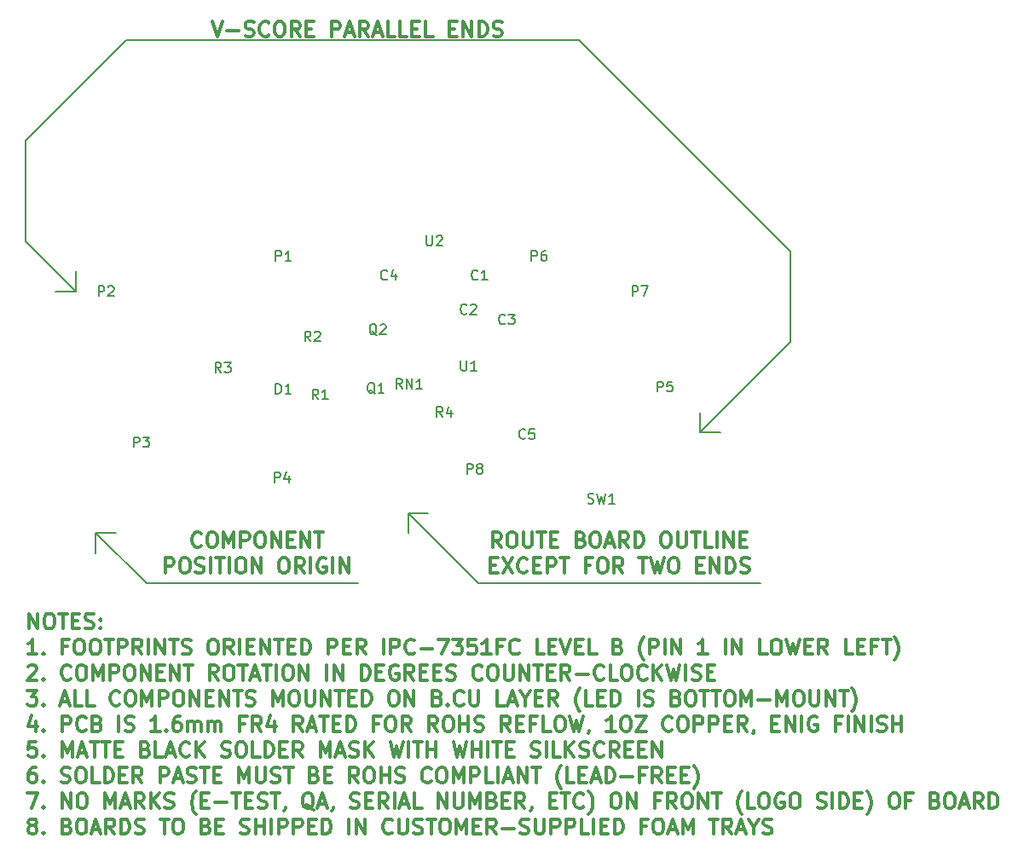
<source format=gbr>
G04 #@! TF.FileFunction,Other,Fab,Top*
%FSLAX46Y46*%
G04 Gerber Fmt 4.6, Leading zero omitted, Abs format (unit mm)*
G04 Created by KiCad (PCBNEW 4.0.5-e0-6337~49~ubuntu14.04.1) date Mon May 15 20:50:12 2017*
%MOMM*%
%LPD*%
G01*
G04 APERTURE LIST*
%ADD10C,0.100000*%
%ADD11C,0.300000*%
%ADD12C,0.200000*%
%ADD13C,0.150000*%
G04 APERTURE END LIST*
D10*
D11*
X124757143Y-116078571D02*
X124757143Y-114578571D01*
X125614286Y-116078571D01*
X125614286Y-114578571D01*
X126614286Y-114578571D02*
X126900000Y-114578571D01*
X127042858Y-114650000D01*
X127185715Y-114792857D01*
X127257143Y-115078571D01*
X127257143Y-115578571D01*
X127185715Y-115864286D01*
X127042858Y-116007143D01*
X126900000Y-116078571D01*
X126614286Y-116078571D01*
X126471429Y-116007143D01*
X126328572Y-115864286D01*
X126257143Y-115578571D01*
X126257143Y-115078571D01*
X126328572Y-114792857D01*
X126471429Y-114650000D01*
X126614286Y-114578571D01*
X127685715Y-114578571D02*
X128542858Y-114578571D01*
X128114287Y-116078571D02*
X128114287Y-114578571D01*
X129042858Y-115292857D02*
X129542858Y-115292857D01*
X129757144Y-116078571D02*
X129042858Y-116078571D01*
X129042858Y-114578571D01*
X129757144Y-114578571D01*
X130328572Y-116007143D02*
X130542858Y-116078571D01*
X130900001Y-116078571D01*
X131042858Y-116007143D01*
X131114287Y-115935714D01*
X131185715Y-115792857D01*
X131185715Y-115650000D01*
X131114287Y-115507143D01*
X131042858Y-115435714D01*
X130900001Y-115364286D01*
X130614287Y-115292857D01*
X130471429Y-115221429D01*
X130400001Y-115150000D01*
X130328572Y-115007143D01*
X130328572Y-114864286D01*
X130400001Y-114721429D01*
X130471429Y-114650000D01*
X130614287Y-114578571D01*
X130971429Y-114578571D01*
X131185715Y-114650000D01*
X131828572Y-115935714D02*
X131900000Y-116007143D01*
X131828572Y-116078571D01*
X131757143Y-116007143D01*
X131828572Y-115935714D01*
X131828572Y-116078571D01*
X131828572Y-115150000D02*
X131900000Y-115221429D01*
X131828572Y-115292857D01*
X131757143Y-115221429D01*
X131828572Y-115150000D01*
X131828572Y-115292857D01*
X125542857Y-118628571D02*
X124685714Y-118628571D01*
X125114286Y-118628571D02*
X125114286Y-117128571D01*
X124971429Y-117342857D01*
X124828571Y-117485714D01*
X124685714Y-117557143D01*
X126185714Y-118485714D02*
X126257142Y-118557143D01*
X126185714Y-118628571D01*
X126114285Y-118557143D01*
X126185714Y-118485714D01*
X126185714Y-118628571D01*
X128542857Y-117842857D02*
X128042857Y-117842857D01*
X128042857Y-118628571D02*
X128042857Y-117128571D01*
X128757143Y-117128571D01*
X129614285Y-117128571D02*
X129899999Y-117128571D01*
X130042857Y-117200000D01*
X130185714Y-117342857D01*
X130257142Y-117628571D01*
X130257142Y-118128571D01*
X130185714Y-118414286D01*
X130042857Y-118557143D01*
X129899999Y-118628571D01*
X129614285Y-118628571D01*
X129471428Y-118557143D01*
X129328571Y-118414286D01*
X129257142Y-118128571D01*
X129257142Y-117628571D01*
X129328571Y-117342857D01*
X129471428Y-117200000D01*
X129614285Y-117128571D01*
X131185714Y-117128571D02*
X131471428Y-117128571D01*
X131614286Y-117200000D01*
X131757143Y-117342857D01*
X131828571Y-117628571D01*
X131828571Y-118128571D01*
X131757143Y-118414286D01*
X131614286Y-118557143D01*
X131471428Y-118628571D01*
X131185714Y-118628571D01*
X131042857Y-118557143D01*
X130900000Y-118414286D01*
X130828571Y-118128571D01*
X130828571Y-117628571D01*
X130900000Y-117342857D01*
X131042857Y-117200000D01*
X131185714Y-117128571D01*
X132257143Y-117128571D02*
X133114286Y-117128571D01*
X132685715Y-118628571D02*
X132685715Y-117128571D01*
X133614286Y-118628571D02*
X133614286Y-117128571D01*
X134185714Y-117128571D01*
X134328572Y-117200000D01*
X134400000Y-117271429D01*
X134471429Y-117414286D01*
X134471429Y-117628571D01*
X134400000Y-117771429D01*
X134328572Y-117842857D01*
X134185714Y-117914286D01*
X133614286Y-117914286D01*
X135971429Y-118628571D02*
X135471429Y-117914286D01*
X135114286Y-118628571D02*
X135114286Y-117128571D01*
X135685714Y-117128571D01*
X135828572Y-117200000D01*
X135900000Y-117271429D01*
X135971429Y-117414286D01*
X135971429Y-117628571D01*
X135900000Y-117771429D01*
X135828572Y-117842857D01*
X135685714Y-117914286D01*
X135114286Y-117914286D01*
X136614286Y-118628571D02*
X136614286Y-117128571D01*
X137328572Y-118628571D02*
X137328572Y-117128571D01*
X138185715Y-118628571D01*
X138185715Y-117128571D01*
X138685715Y-117128571D02*
X139542858Y-117128571D01*
X139114287Y-118628571D02*
X139114287Y-117128571D01*
X139971429Y-118557143D02*
X140185715Y-118628571D01*
X140542858Y-118628571D01*
X140685715Y-118557143D01*
X140757144Y-118485714D01*
X140828572Y-118342857D01*
X140828572Y-118200000D01*
X140757144Y-118057143D01*
X140685715Y-117985714D01*
X140542858Y-117914286D01*
X140257144Y-117842857D01*
X140114286Y-117771429D01*
X140042858Y-117700000D01*
X139971429Y-117557143D01*
X139971429Y-117414286D01*
X140042858Y-117271429D01*
X140114286Y-117200000D01*
X140257144Y-117128571D01*
X140614286Y-117128571D01*
X140828572Y-117200000D01*
X142900000Y-117128571D02*
X143185714Y-117128571D01*
X143328572Y-117200000D01*
X143471429Y-117342857D01*
X143542857Y-117628571D01*
X143542857Y-118128571D01*
X143471429Y-118414286D01*
X143328572Y-118557143D01*
X143185714Y-118628571D01*
X142900000Y-118628571D01*
X142757143Y-118557143D01*
X142614286Y-118414286D01*
X142542857Y-118128571D01*
X142542857Y-117628571D01*
X142614286Y-117342857D01*
X142757143Y-117200000D01*
X142900000Y-117128571D01*
X145042858Y-118628571D02*
X144542858Y-117914286D01*
X144185715Y-118628571D02*
X144185715Y-117128571D01*
X144757143Y-117128571D01*
X144900001Y-117200000D01*
X144971429Y-117271429D01*
X145042858Y-117414286D01*
X145042858Y-117628571D01*
X144971429Y-117771429D01*
X144900001Y-117842857D01*
X144757143Y-117914286D01*
X144185715Y-117914286D01*
X145685715Y-118628571D02*
X145685715Y-117128571D01*
X146400001Y-117842857D02*
X146900001Y-117842857D01*
X147114287Y-118628571D02*
X146400001Y-118628571D01*
X146400001Y-117128571D01*
X147114287Y-117128571D01*
X147757144Y-118628571D02*
X147757144Y-117128571D01*
X148614287Y-118628571D01*
X148614287Y-117128571D01*
X149114287Y-117128571D02*
X149971430Y-117128571D01*
X149542859Y-118628571D02*
X149542859Y-117128571D01*
X150471430Y-117842857D02*
X150971430Y-117842857D01*
X151185716Y-118628571D02*
X150471430Y-118628571D01*
X150471430Y-117128571D01*
X151185716Y-117128571D01*
X151828573Y-118628571D02*
X151828573Y-117128571D01*
X152185716Y-117128571D01*
X152400001Y-117200000D01*
X152542859Y-117342857D01*
X152614287Y-117485714D01*
X152685716Y-117771429D01*
X152685716Y-117985714D01*
X152614287Y-118271429D01*
X152542859Y-118414286D01*
X152400001Y-118557143D01*
X152185716Y-118628571D01*
X151828573Y-118628571D01*
X154471430Y-118628571D02*
X154471430Y-117128571D01*
X155042858Y-117128571D01*
X155185716Y-117200000D01*
X155257144Y-117271429D01*
X155328573Y-117414286D01*
X155328573Y-117628571D01*
X155257144Y-117771429D01*
X155185716Y-117842857D01*
X155042858Y-117914286D01*
X154471430Y-117914286D01*
X155971430Y-117842857D02*
X156471430Y-117842857D01*
X156685716Y-118628571D02*
X155971430Y-118628571D01*
X155971430Y-117128571D01*
X156685716Y-117128571D01*
X158185716Y-118628571D02*
X157685716Y-117914286D01*
X157328573Y-118628571D02*
X157328573Y-117128571D01*
X157900001Y-117128571D01*
X158042859Y-117200000D01*
X158114287Y-117271429D01*
X158185716Y-117414286D01*
X158185716Y-117628571D01*
X158114287Y-117771429D01*
X158042859Y-117842857D01*
X157900001Y-117914286D01*
X157328573Y-117914286D01*
X159971430Y-118628571D02*
X159971430Y-117128571D01*
X160685716Y-118628571D02*
X160685716Y-117128571D01*
X161257144Y-117128571D01*
X161400002Y-117200000D01*
X161471430Y-117271429D01*
X161542859Y-117414286D01*
X161542859Y-117628571D01*
X161471430Y-117771429D01*
X161400002Y-117842857D01*
X161257144Y-117914286D01*
X160685716Y-117914286D01*
X163042859Y-118485714D02*
X162971430Y-118557143D01*
X162757144Y-118628571D01*
X162614287Y-118628571D01*
X162400002Y-118557143D01*
X162257144Y-118414286D01*
X162185716Y-118271429D01*
X162114287Y-117985714D01*
X162114287Y-117771429D01*
X162185716Y-117485714D01*
X162257144Y-117342857D01*
X162400002Y-117200000D01*
X162614287Y-117128571D01*
X162757144Y-117128571D01*
X162971430Y-117200000D01*
X163042859Y-117271429D01*
X163685716Y-118057143D02*
X164828573Y-118057143D01*
X165400002Y-117128571D02*
X166400002Y-117128571D01*
X165757145Y-118628571D01*
X166828573Y-117128571D02*
X167757144Y-117128571D01*
X167257144Y-117700000D01*
X167471430Y-117700000D01*
X167614287Y-117771429D01*
X167685716Y-117842857D01*
X167757144Y-117985714D01*
X167757144Y-118342857D01*
X167685716Y-118485714D01*
X167614287Y-118557143D01*
X167471430Y-118628571D01*
X167042858Y-118628571D01*
X166900001Y-118557143D01*
X166828573Y-118485714D01*
X169114287Y-117128571D02*
X168400001Y-117128571D01*
X168328572Y-117842857D01*
X168400001Y-117771429D01*
X168542858Y-117700000D01*
X168900001Y-117700000D01*
X169042858Y-117771429D01*
X169114287Y-117842857D01*
X169185715Y-117985714D01*
X169185715Y-118342857D01*
X169114287Y-118485714D01*
X169042858Y-118557143D01*
X168900001Y-118628571D01*
X168542858Y-118628571D01*
X168400001Y-118557143D01*
X168328572Y-118485714D01*
X170614286Y-118628571D02*
X169757143Y-118628571D01*
X170185715Y-118628571D02*
X170185715Y-117128571D01*
X170042858Y-117342857D01*
X169900000Y-117485714D01*
X169757143Y-117557143D01*
X171757143Y-117842857D02*
X171257143Y-117842857D01*
X171257143Y-118628571D02*
X171257143Y-117128571D01*
X171971429Y-117128571D01*
X173400000Y-118485714D02*
X173328571Y-118557143D01*
X173114285Y-118628571D01*
X172971428Y-118628571D01*
X172757143Y-118557143D01*
X172614285Y-118414286D01*
X172542857Y-118271429D01*
X172471428Y-117985714D01*
X172471428Y-117771429D01*
X172542857Y-117485714D01*
X172614285Y-117342857D01*
X172757143Y-117200000D01*
X172971428Y-117128571D01*
X173114285Y-117128571D01*
X173328571Y-117200000D01*
X173400000Y-117271429D01*
X175900000Y-118628571D02*
X175185714Y-118628571D01*
X175185714Y-117128571D01*
X176400000Y-117842857D02*
X176900000Y-117842857D01*
X177114286Y-118628571D02*
X176400000Y-118628571D01*
X176400000Y-117128571D01*
X177114286Y-117128571D01*
X177542857Y-117128571D02*
X178042857Y-118628571D01*
X178542857Y-117128571D01*
X179042857Y-117842857D02*
X179542857Y-117842857D01*
X179757143Y-118628571D02*
X179042857Y-118628571D01*
X179042857Y-117128571D01*
X179757143Y-117128571D01*
X181114286Y-118628571D02*
X180400000Y-118628571D01*
X180400000Y-117128571D01*
X183257143Y-117842857D02*
X183471429Y-117914286D01*
X183542857Y-117985714D01*
X183614286Y-118128571D01*
X183614286Y-118342857D01*
X183542857Y-118485714D01*
X183471429Y-118557143D01*
X183328571Y-118628571D01*
X182757143Y-118628571D01*
X182757143Y-117128571D01*
X183257143Y-117128571D01*
X183400000Y-117200000D01*
X183471429Y-117271429D01*
X183542857Y-117414286D01*
X183542857Y-117557143D01*
X183471429Y-117700000D01*
X183400000Y-117771429D01*
X183257143Y-117842857D01*
X182757143Y-117842857D01*
X185828571Y-119200000D02*
X185757143Y-119128571D01*
X185614286Y-118914286D01*
X185542857Y-118771429D01*
X185471428Y-118557143D01*
X185400000Y-118200000D01*
X185400000Y-117914286D01*
X185471428Y-117557143D01*
X185542857Y-117342857D01*
X185614286Y-117200000D01*
X185757143Y-116985714D01*
X185828571Y-116914286D01*
X186400000Y-118628571D02*
X186400000Y-117128571D01*
X186971428Y-117128571D01*
X187114286Y-117200000D01*
X187185714Y-117271429D01*
X187257143Y-117414286D01*
X187257143Y-117628571D01*
X187185714Y-117771429D01*
X187114286Y-117842857D01*
X186971428Y-117914286D01*
X186400000Y-117914286D01*
X187900000Y-118628571D02*
X187900000Y-117128571D01*
X188614286Y-118628571D02*
X188614286Y-117128571D01*
X189471429Y-118628571D01*
X189471429Y-117128571D01*
X192114286Y-118628571D02*
X191257143Y-118628571D01*
X191685715Y-118628571D02*
X191685715Y-117128571D01*
X191542858Y-117342857D01*
X191400000Y-117485714D01*
X191257143Y-117557143D01*
X193900000Y-118628571D02*
X193900000Y-117128571D01*
X194614286Y-118628571D02*
X194614286Y-117128571D01*
X195471429Y-118628571D01*
X195471429Y-117128571D01*
X198042858Y-118628571D02*
X197328572Y-118628571D01*
X197328572Y-117128571D01*
X198828572Y-117128571D02*
X199114286Y-117128571D01*
X199257144Y-117200000D01*
X199400001Y-117342857D01*
X199471429Y-117628571D01*
X199471429Y-118128571D01*
X199400001Y-118414286D01*
X199257144Y-118557143D01*
X199114286Y-118628571D01*
X198828572Y-118628571D01*
X198685715Y-118557143D01*
X198542858Y-118414286D01*
X198471429Y-118128571D01*
X198471429Y-117628571D01*
X198542858Y-117342857D01*
X198685715Y-117200000D01*
X198828572Y-117128571D01*
X199971430Y-117128571D02*
X200328573Y-118628571D01*
X200614287Y-117557143D01*
X200900001Y-118628571D01*
X201257144Y-117128571D01*
X201828573Y-117842857D02*
X202328573Y-117842857D01*
X202542859Y-118628571D02*
X201828573Y-118628571D01*
X201828573Y-117128571D01*
X202542859Y-117128571D01*
X204042859Y-118628571D02*
X203542859Y-117914286D01*
X203185716Y-118628571D02*
X203185716Y-117128571D01*
X203757144Y-117128571D01*
X203900002Y-117200000D01*
X203971430Y-117271429D01*
X204042859Y-117414286D01*
X204042859Y-117628571D01*
X203971430Y-117771429D01*
X203900002Y-117842857D01*
X203757144Y-117914286D01*
X203185716Y-117914286D01*
X206542859Y-118628571D02*
X205828573Y-118628571D01*
X205828573Y-117128571D01*
X207042859Y-117842857D02*
X207542859Y-117842857D01*
X207757145Y-118628571D02*
X207042859Y-118628571D01*
X207042859Y-117128571D01*
X207757145Y-117128571D01*
X208900002Y-117842857D02*
X208400002Y-117842857D01*
X208400002Y-118628571D02*
X208400002Y-117128571D01*
X209114288Y-117128571D01*
X209471430Y-117128571D02*
X210328573Y-117128571D01*
X209900002Y-118628571D02*
X209900002Y-117128571D01*
X210685716Y-119200000D02*
X210757144Y-119128571D01*
X210900001Y-118914286D01*
X210971430Y-118771429D01*
X211042859Y-118557143D01*
X211114287Y-118200000D01*
X211114287Y-117914286D01*
X211042859Y-117557143D01*
X210971430Y-117342857D01*
X210900001Y-117200000D01*
X210757144Y-116985714D01*
X210685716Y-116914286D01*
X124685714Y-119821429D02*
X124757143Y-119750000D01*
X124900000Y-119678571D01*
X125257143Y-119678571D01*
X125400000Y-119750000D01*
X125471429Y-119821429D01*
X125542857Y-119964286D01*
X125542857Y-120107143D01*
X125471429Y-120321429D01*
X124614286Y-121178571D01*
X125542857Y-121178571D01*
X126185714Y-121035714D02*
X126257142Y-121107143D01*
X126185714Y-121178571D01*
X126114285Y-121107143D01*
X126185714Y-121035714D01*
X126185714Y-121178571D01*
X128900000Y-121035714D02*
X128828571Y-121107143D01*
X128614285Y-121178571D01*
X128471428Y-121178571D01*
X128257143Y-121107143D01*
X128114285Y-120964286D01*
X128042857Y-120821429D01*
X127971428Y-120535714D01*
X127971428Y-120321429D01*
X128042857Y-120035714D01*
X128114285Y-119892857D01*
X128257143Y-119750000D01*
X128471428Y-119678571D01*
X128614285Y-119678571D01*
X128828571Y-119750000D01*
X128900000Y-119821429D01*
X129828571Y-119678571D02*
X130114285Y-119678571D01*
X130257143Y-119750000D01*
X130400000Y-119892857D01*
X130471428Y-120178571D01*
X130471428Y-120678571D01*
X130400000Y-120964286D01*
X130257143Y-121107143D01*
X130114285Y-121178571D01*
X129828571Y-121178571D01*
X129685714Y-121107143D01*
X129542857Y-120964286D01*
X129471428Y-120678571D01*
X129471428Y-120178571D01*
X129542857Y-119892857D01*
X129685714Y-119750000D01*
X129828571Y-119678571D01*
X131114286Y-121178571D02*
X131114286Y-119678571D01*
X131614286Y-120750000D01*
X132114286Y-119678571D01*
X132114286Y-121178571D01*
X132828572Y-121178571D02*
X132828572Y-119678571D01*
X133400000Y-119678571D01*
X133542858Y-119750000D01*
X133614286Y-119821429D01*
X133685715Y-119964286D01*
X133685715Y-120178571D01*
X133614286Y-120321429D01*
X133542858Y-120392857D01*
X133400000Y-120464286D01*
X132828572Y-120464286D01*
X134614286Y-119678571D02*
X134900000Y-119678571D01*
X135042858Y-119750000D01*
X135185715Y-119892857D01*
X135257143Y-120178571D01*
X135257143Y-120678571D01*
X135185715Y-120964286D01*
X135042858Y-121107143D01*
X134900000Y-121178571D01*
X134614286Y-121178571D01*
X134471429Y-121107143D01*
X134328572Y-120964286D01*
X134257143Y-120678571D01*
X134257143Y-120178571D01*
X134328572Y-119892857D01*
X134471429Y-119750000D01*
X134614286Y-119678571D01*
X135900001Y-121178571D02*
X135900001Y-119678571D01*
X136757144Y-121178571D01*
X136757144Y-119678571D01*
X137471430Y-120392857D02*
X137971430Y-120392857D01*
X138185716Y-121178571D02*
X137471430Y-121178571D01*
X137471430Y-119678571D01*
X138185716Y-119678571D01*
X138828573Y-121178571D02*
X138828573Y-119678571D01*
X139685716Y-121178571D01*
X139685716Y-119678571D01*
X140185716Y-119678571D02*
X141042859Y-119678571D01*
X140614288Y-121178571D02*
X140614288Y-119678571D01*
X143542859Y-121178571D02*
X143042859Y-120464286D01*
X142685716Y-121178571D02*
X142685716Y-119678571D01*
X143257144Y-119678571D01*
X143400002Y-119750000D01*
X143471430Y-119821429D01*
X143542859Y-119964286D01*
X143542859Y-120178571D01*
X143471430Y-120321429D01*
X143400002Y-120392857D01*
X143257144Y-120464286D01*
X142685716Y-120464286D01*
X144471430Y-119678571D02*
X144757144Y-119678571D01*
X144900002Y-119750000D01*
X145042859Y-119892857D01*
X145114287Y-120178571D01*
X145114287Y-120678571D01*
X145042859Y-120964286D01*
X144900002Y-121107143D01*
X144757144Y-121178571D01*
X144471430Y-121178571D01*
X144328573Y-121107143D01*
X144185716Y-120964286D01*
X144114287Y-120678571D01*
X144114287Y-120178571D01*
X144185716Y-119892857D01*
X144328573Y-119750000D01*
X144471430Y-119678571D01*
X145542859Y-119678571D02*
X146400002Y-119678571D01*
X145971431Y-121178571D02*
X145971431Y-119678571D01*
X146828573Y-120750000D02*
X147542859Y-120750000D01*
X146685716Y-121178571D02*
X147185716Y-119678571D01*
X147685716Y-121178571D01*
X147971430Y-119678571D02*
X148828573Y-119678571D01*
X148400002Y-121178571D02*
X148400002Y-119678571D01*
X149328573Y-121178571D02*
X149328573Y-119678571D01*
X150328573Y-119678571D02*
X150614287Y-119678571D01*
X150757145Y-119750000D01*
X150900002Y-119892857D01*
X150971430Y-120178571D01*
X150971430Y-120678571D01*
X150900002Y-120964286D01*
X150757145Y-121107143D01*
X150614287Y-121178571D01*
X150328573Y-121178571D01*
X150185716Y-121107143D01*
X150042859Y-120964286D01*
X149971430Y-120678571D01*
X149971430Y-120178571D01*
X150042859Y-119892857D01*
X150185716Y-119750000D01*
X150328573Y-119678571D01*
X151614288Y-121178571D02*
X151614288Y-119678571D01*
X152471431Y-121178571D01*
X152471431Y-119678571D01*
X154328574Y-121178571D02*
X154328574Y-119678571D01*
X155042860Y-121178571D02*
X155042860Y-119678571D01*
X155900003Y-121178571D01*
X155900003Y-119678571D01*
X157757146Y-121178571D02*
X157757146Y-119678571D01*
X158114289Y-119678571D01*
X158328574Y-119750000D01*
X158471432Y-119892857D01*
X158542860Y-120035714D01*
X158614289Y-120321429D01*
X158614289Y-120535714D01*
X158542860Y-120821429D01*
X158471432Y-120964286D01*
X158328574Y-121107143D01*
X158114289Y-121178571D01*
X157757146Y-121178571D01*
X159257146Y-120392857D02*
X159757146Y-120392857D01*
X159971432Y-121178571D02*
X159257146Y-121178571D01*
X159257146Y-119678571D01*
X159971432Y-119678571D01*
X161400003Y-119750000D02*
X161257146Y-119678571D01*
X161042860Y-119678571D01*
X160828575Y-119750000D01*
X160685717Y-119892857D01*
X160614289Y-120035714D01*
X160542860Y-120321429D01*
X160542860Y-120535714D01*
X160614289Y-120821429D01*
X160685717Y-120964286D01*
X160828575Y-121107143D01*
X161042860Y-121178571D01*
X161185717Y-121178571D01*
X161400003Y-121107143D01*
X161471432Y-121035714D01*
X161471432Y-120535714D01*
X161185717Y-120535714D01*
X162971432Y-121178571D02*
X162471432Y-120464286D01*
X162114289Y-121178571D02*
X162114289Y-119678571D01*
X162685717Y-119678571D01*
X162828575Y-119750000D01*
X162900003Y-119821429D01*
X162971432Y-119964286D01*
X162971432Y-120178571D01*
X162900003Y-120321429D01*
X162828575Y-120392857D01*
X162685717Y-120464286D01*
X162114289Y-120464286D01*
X163614289Y-120392857D02*
X164114289Y-120392857D01*
X164328575Y-121178571D02*
X163614289Y-121178571D01*
X163614289Y-119678571D01*
X164328575Y-119678571D01*
X164971432Y-120392857D02*
X165471432Y-120392857D01*
X165685718Y-121178571D02*
X164971432Y-121178571D01*
X164971432Y-119678571D01*
X165685718Y-119678571D01*
X166257146Y-121107143D02*
X166471432Y-121178571D01*
X166828575Y-121178571D01*
X166971432Y-121107143D01*
X167042861Y-121035714D01*
X167114289Y-120892857D01*
X167114289Y-120750000D01*
X167042861Y-120607143D01*
X166971432Y-120535714D01*
X166828575Y-120464286D01*
X166542861Y-120392857D01*
X166400003Y-120321429D01*
X166328575Y-120250000D01*
X166257146Y-120107143D01*
X166257146Y-119964286D01*
X166328575Y-119821429D01*
X166400003Y-119750000D01*
X166542861Y-119678571D01*
X166900003Y-119678571D01*
X167114289Y-119750000D01*
X169757146Y-121035714D02*
X169685717Y-121107143D01*
X169471431Y-121178571D01*
X169328574Y-121178571D01*
X169114289Y-121107143D01*
X168971431Y-120964286D01*
X168900003Y-120821429D01*
X168828574Y-120535714D01*
X168828574Y-120321429D01*
X168900003Y-120035714D01*
X168971431Y-119892857D01*
X169114289Y-119750000D01*
X169328574Y-119678571D01*
X169471431Y-119678571D01*
X169685717Y-119750000D01*
X169757146Y-119821429D01*
X170685717Y-119678571D02*
X170971431Y-119678571D01*
X171114289Y-119750000D01*
X171257146Y-119892857D01*
X171328574Y-120178571D01*
X171328574Y-120678571D01*
X171257146Y-120964286D01*
X171114289Y-121107143D01*
X170971431Y-121178571D01*
X170685717Y-121178571D01*
X170542860Y-121107143D01*
X170400003Y-120964286D01*
X170328574Y-120678571D01*
X170328574Y-120178571D01*
X170400003Y-119892857D01*
X170542860Y-119750000D01*
X170685717Y-119678571D01*
X171971432Y-119678571D02*
X171971432Y-120892857D01*
X172042860Y-121035714D01*
X172114289Y-121107143D01*
X172257146Y-121178571D01*
X172542860Y-121178571D01*
X172685718Y-121107143D01*
X172757146Y-121035714D01*
X172828575Y-120892857D01*
X172828575Y-119678571D01*
X173542861Y-121178571D02*
X173542861Y-119678571D01*
X174400004Y-121178571D01*
X174400004Y-119678571D01*
X174900004Y-119678571D02*
X175757147Y-119678571D01*
X175328576Y-121178571D02*
X175328576Y-119678571D01*
X176257147Y-120392857D02*
X176757147Y-120392857D01*
X176971433Y-121178571D02*
X176257147Y-121178571D01*
X176257147Y-119678571D01*
X176971433Y-119678571D01*
X178471433Y-121178571D02*
X177971433Y-120464286D01*
X177614290Y-121178571D02*
X177614290Y-119678571D01*
X178185718Y-119678571D01*
X178328576Y-119750000D01*
X178400004Y-119821429D01*
X178471433Y-119964286D01*
X178471433Y-120178571D01*
X178400004Y-120321429D01*
X178328576Y-120392857D01*
X178185718Y-120464286D01*
X177614290Y-120464286D01*
X179114290Y-120607143D02*
X180257147Y-120607143D01*
X181828576Y-121035714D02*
X181757147Y-121107143D01*
X181542861Y-121178571D01*
X181400004Y-121178571D01*
X181185719Y-121107143D01*
X181042861Y-120964286D01*
X180971433Y-120821429D01*
X180900004Y-120535714D01*
X180900004Y-120321429D01*
X180971433Y-120035714D01*
X181042861Y-119892857D01*
X181185719Y-119750000D01*
X181400004Y-119678571D01*
X181542861Y-119678571D01*
X181757147Y-119750000D01*
X181828576Y-119821429D01*
X183185719Y-121178571D02*
X182471433Y-121178571D01*
X182471433Y-119678571D01*
X183971433Y-119678571D02*
X184257147Y-119678571D01*
X184400005Y-119750000D01*
X184542862Y-119892857D01*
X184614290Y-120178571D01*
X184614290Y-120678571D01*
X184542862Y-120964286D01*
X184400005Y-121107143D01*
X184257147Y-121178571D01*
X183971433Y-121178571D01*
X183828576Y-121107143D01*
X183685719Y-120964286D01*
X183614290Y-120678571D01*
X183614290Y-120178571D01*
X183685719Y-119892857D01*
X183828576Y-119750000D01*
X183971433Y-119678571D01*
X186114291Y-121035714D02*
X186042862Y-121107143D01*
X185828576Y-121178571D01*
X185685719Y-121178571D01*
X185471434Y-121107143D01*
X185328576Y-120964286D01*
X185257148Y-120821429D01*
X185185719Y-120535714D01*
X185185719Y-120321429D01*
X185257148Y-120035714D01*
X185328576Y-119892857D01*
X185471434Y-119750000D01*
X185685719Y-119678571D01*
X185828576Y-119678571D01*
X186042862Y-119750000D01*
X186114291Y-119821429D01*
X186757148Y-121178571D02*
X186757148Y-119678571D01*
X187614291Y-121178571D02*
X186971434Y-120321429D01*
X187614291Y-119678571D02*
X186757148Y-120535714D01*
X188114291Y-119678571D02*
X188471434Y-121178571D01*
X188757148Y-120107143D01*
X189042862Y-121178571D01*
X189400005Y-119678571D01*
X189971434Y-121178571D02*
X189971434Y-119678571D01*
X190614291Y-121107143D02*
X190828577Y-121178571D01*
X191185720Y-121178571D01*
X191328577Y-121107143D01*
X191400006Y-121035714D01*
X191471434Y-120892857D01*
X191471434Y-120750000D01*
X191400006Y-120607143D01*
X191328577Y-120535714D01*
X191185720Y-120464286D01*
X190900006Y-120392857D01*
X190757148Y-120321429D01*
X190685720Y-120250000D01*
X190614291Y-120107143D01*
X190614291Y-119964286D01*
X190685720Y-119821429D01*
X190757148Y-119750000D01*
X190900006Y-119678571D01*
X191257148Y-119678571D01*
X191471434Y-119750000D01*
X192114291Y-120392857D02*
X192614291Y-120392857D01*
X192828577Y-121178571D02*
X192114291Y-121178571D01*
X192114291Y-119678571D01*
X192828577Y-119678571D01*
X124614286Y-122228571D02*
X125542857Y-122228571D01*
X125042857Y-122800000D01*
X125257143Y-122800000D01*
X125400000Y-122871429D01*
X125471429Y-122942857D01*
X125542857Y-123085714D01*
X125542857Y-123442857D01*
X125471429Y-123585714D01*
X125400000Y-123657143D01*
X125257143Y-123728571D01*
X124828571Y-123728571D01*
X124685714Y-123657143D01*
X124614286Y-123585714D01*
X126185714Y-123585714D02*
X126257142Y-123657143D01*
X126185714Y-123728571D01*
X126114285Y-123657143D01*
X126185714Y-123585714D01*
X126185714Y-123728571D01*
X127971428Y-123300000D02*
X128685714Y-123300000D01*
X127828571Y-123728571D02*
X128328571Y-122228571D01*
X128828571Y-123728571D01*
X130042857Y-123728571D02*
X129328571Y-123728571D01*
X129328571Y-122228571D01*
X131257143Y-123728571D02*
X130542857Y-123728571D01*
X130542857Y-122228571D01*
X133757143Y-123585714D02*
X133685714Y-123657143D01*
X133471428Y-123728571D01*
X133328571Y-123728571D01*
X133114286Y-123657143D01*
X132971428Y-123514286D01*
X132900000Y-123371429D01*
X132828571Y-123085714D01*
X132828571Y-122871429D01*
X132900000Y-122585714D01*
X132971428Y-122442857D01*
X133114286Y-122300000D01*
X133328571Y-122228571D01*
X133471428Y-122228571D01*
X133685714Y-122300000D01*
X133757143Y-122371429D01*
X134685714Y-122228571D02*
X134971428Y-122228571D01*
X135114286Y-122300000D01*
X135257143Y-122442857D01*
X135328571Y-122728571D01*
X135328571Y-123228571D01*
X135257143Y-123514286D01*
X135114286Y-123657143D01*
X134971428Y-123728571D01*
X134685714Y-123728571D01*
X134542857Y-123657143D01*
X134400000Y-123514286D01*
X134328571Y-123228571D01*
X134328571Y-122728571D01*
X134400000Y-122442857D01*
X134542857Y-122300000D01*
X134685714Y-122228571D01*
X135971429Y-123728571D02*
X135971429Y-122228571D01*
X136471429Y-123300000D01*
X136971429Y-122228571D01*
X136971429Y-123728571D01*
X137685715Y-123728571D02*
X137685715Y-122228571D01*
X138257143Y-122228571D01*
X138400001Y-122300000D01*
X138471429Y-122371429D01*
X138542858Y-122514286D01*
X138542858Y-122728571D01*
X138471429Y-122871429D01*
X138400001Y-122942857D01*
X138257143Y-123014286D01*
X137685715Y-123014286D01*
X139471429Y-122228571D02*
X139757143Y-122228571D01*
X139900001Y-122300000D01*
X140042858Y-122442857D01*
X140114286Y-122728571D01*
X140114286Y-123228571D01*
X140042858Y-123514286D01*
X139900001Y-123657143D01*
X139757143Y-123728571D01*
X139471429Y-123728571D01*
X139328572Y-123657143D01*
X139185715Y-123514286D01*
X139114286Y-123228571D01*
X139114286Y-122728571D01*
X139185715Y-122442857D01*
X139328572Y-122300000D01*
X139471429Y-122228571D01*
X140757144Y-123728571D02*
X140757144Y-122228571D01*
X141614287Y-123728571D01*
X141614287Y-122228571D01*
X142328573Y-122942857D02*
X142828573Y-122942857D01*
X143042859Y-123728571D02*
X142328573Y-123728571D01*
X142328573Y-122228571D01*
X143042859Y-122228571D01*
X143685716Y-123728571D02*
X143685716Y-122228571D01*
X144542859Y-123728571D01*
X144542859Y-122228571D01*
X145042859Y-122228571D02*
X145900002Y-122228571D01*
X145471431Y-123728571D02*
X145471431Y-122228571D01*
X146328573Y-123657143D02*
X146542859Y-123728571D01*
X146900002Y-123728571D01*
X147042859Y-123657143D01*
X147114288Y-123585714D01*
X147185716Y-123442857D01*
X147185716Y-123300000D01*
X147114288Y-123157143D01*
X147042859Y-123085714D01*
X146900002Y-123014286D01*
X146614288Y-122942857D01*
X146471430Y-122871429D01*
X146400002Y-122800000D01*
X146328573Y-122657143D01*
X146328573Y-122514286D01*
X146400002Y-122371429D01*
X146471430Y-122300000D01*
X146614288Y-122228571D01*
X146971430Y-122228571D01*
X147185716Y-122300000D01*
X148971430Y-123728571D02*
X148971430Y-122228571D01*
X149471430Y-123300000D01*
X149971430Y-122228571D01*
X149971430Y-123728571D01*
X150971430Y-122228571D02*
X151257144Y-122228571D01*
X151400002Y-122300000D01*
X151542859Y-122442857D01*
X151614287Y-122728571D01*
X151614287Y-123228571D01*
X151542859Y-123514286D01*
X151400002Y-123657143D01*
X151257144Y-123728571D01*
X150971430Y-123728571D01*
X150828573Y-123657143D01*
X150685716Y-123514286D01*
X150614287Y-123228571D01*
X150614287Y-122728571D01*
X150685716Y-122442857D01*
X150828573Y-122300000D01*
X150971430Y-122228571D01*
X152257145Y-122228571D02*
X152257145Y-123442857D01*
X152328573Y-123585714D01*
X152400002Y-123657143D01*
X152542859Y-123728571D01*
X152828573Y-123728571D01*
X152971431Y-123657143D01*
X153042859Y-123585714D01*
X153114288Y-123442857D01*
X153114288Y-122228571D01*
X153828574Y-123728571D02*
X153828574Y-122228571D01*
X154685717Y-123728571D01*
X154685717Y-122228571D01*
X155185717Y-122228571D02*
X156042860Y-122228571D01*
X155614289Y-123728571D02*
X155614289Y-122228571D01*
X156542860Y-122942857D02*
X157042860Y-122942857D01*
X157257146Y-123728571D02*
X156542860Y-123728571D01*
X156542860Y-122228571D01*
X157257146Y-122228571D01*
X157900003Y-123728571D02*
X157900003Y-122228571D01*
X158257146Y-122228571D01*
X158471431Y-122300000D01*
X158614289Y-122442857D01*
X158685717Y-122585714D01*
X158757146Y-122871429D01*
X158757146Y-123085714D01*
X158685717Y-123371429D01*
X158614289Y-123514286D01*
X158471431Y-123657143D01*
X158257146Y-123728571D01*
X157900003Y-123728571D01*
X160828574Y-122228571D02*
X161114288Y-122228571D01*
X161257146Y-122300000D01*
X161400003Y-122442857D01*
X161471431Y-122728571D01*
X161471431Y-123228571D01*
X161400003Y-123514286D01*
X161257146Y-123657143D01*
X161114288Y-123728571D01*
X160828574Y-123728571D01*
X160685717Y-123657143D01*
X160542860Y-123514286D01*
X160471431Y-123228571D01*
X160471431Y-122728571D01*
X160542860Y-122442857D01*
X160685717Y-122300000D01*
X160828574Y-122228571D01*
X162114289Y-123728571D02*
X162114289Y-122228571D01*
X162971432Y-123728571D01*
X162971432Y-122228571D01*
X165328575Y-122942857D02*
X165542861Y-123014286D01*
X165614289Y-123085714D01*
X165685718Y-123228571D01*
X165685718Y-123442857D01*
X165614289Y-123585714D01*
X165542861Y-123657143D01*
X165400003Y-123728571D01*
X164828575Y-123728571D01*
X164828575Y-122228571D01*
X165328575Y-122228571D01*
X165471432Y-122300000D01*
X165542861Y-122371429D01*
X165614289Y-122514286D01*
X165614289Y-122657143D01*
X165542861Y-122800000D01*
X165471432Y-122871429D01*
X165328575Y-122942857D01*
X164828575Y-122942857D01*
X166328575Y-123585714D02*
X166400003Y-123657143D01*
X166328575Y-123728571D01*
X166257146Y-123657143D01*
X166328575Y-123585714D01*
X166328575Y-123728571D01*
X167900004Y-123585714D02*
X167828575Y-123657143D01*
X167614289Y-123728571D01*
X167471432Y-123728571D01*
X167257147Y-123657143D01*
X167114289Y-123514286D01*
X167042861Y-123371429D01*
X166971432Y-123085714D01*
X166971432Y-122871429D01*
X167042861Y-122585714D01*
X167114289Y-122442857D01*
X167257147Y-122300000D01*
X167471432Y-122228571D01*
X167614289Y-122228571D01*
X167828575Y-122300000D01*
X167900004Y-122371429D01*
X168542861Y-122228571D02*
X168542861Y-123442857D01*
X168614289Y-123585714D01*
X168685718Y-123657143D01*
X168828575Y-123728571D01*
X169114289Y-123728571D01*
X169257147Y-123657143D01*
X169328575Y-123585714D01*
X169400004Y-123442857D01*
X169400004Y-122228571D01*
X171971433Y-123728571D02*
X171257147Y-123728571D01*
X171257147Y-122228571D01*
X172400004Y-123300000D02*
X173114290Y-123300000D01*
X172257147Y-123728571D02*
X172757147Y-122228571D01*
X173257147Y-123728571D01*
X174042861Y-123014286D02*
X174042861Y-123728571D01*
X173542861Y-122228571D02*
X174042861Y-123014286D01*
X174542861Y-122228571D01*
X175042861Y-122942857D02*
X175542861Y-122942857D01*
X175757147Y-123728571D02*
X175042861Y-123728571D01*
X175042861Y-122228571D01*
X175757147Y-122228571D01*
X177257147Y-123728571D02*
X176757147Y-123014286D01*
X176400004Y-123728571D02*
X176400004Y-122228571D01*
X176971432Y-122228571D01*
X177114290Y-122300000D01*
X177185718Y-122371429D01*
X177257147Y-122514286D01*
X177257147Y-122728571D01*
X177185718Y-122871429D01*
X177114290Y-122942857D01*
X176971432Y-123014286D01*
X176400004Y-123014286D01*
X179471432Y-124300000D02*
X179400004Y-124228571D01*
X179257147Y-124014286D01*
X179185718Y-123871429D01*
X179114289Y-123657143D01*
X179042861Y-123300000D01*
X179042861Y-123014286D01*
X179114289Y-122657143D01*
X179185718Y-122442857D01*
X179257147Y-122300000D01*
X179400004Y-122085714D01*
X179471432Y-122014286D01*
X180757147Y-123728571D02*
X180042861Y-123728571D01*
X180042861Y-122228571D01*
X181257147Y-122942857D02*
X181757147Y-122942857D01*
X181971433Y-123728571D02*
X181257147Y-123728571D01*
X181257147Y-122228571D01*
X181971433Y-122228571D01*
X182614290Y-123728571D02*
X182614290Y-122228571D01*
X182971433Y-122228571D01*
X183185718Y-122300000D01*
X183328576Y-122442857D01*
X183400004Y-122585714D01*
X183471433Y-122871429D01*
X183471433Y-123085714D01*
X183400004Y-123371429D01*
X183328576Y-123514286D01*
X183185718Y-123657143D01*
X182971433Y-123728571D01*
X182614290Y-123728571D01*
X185257147Y-123728571D02*
X185257147Y-122228571D01*
X185900004Y-123657143D02*
X186114290Y-123728571D01*
X186471433Y-123728571D01*
X186614290Y-123657143D01*
X186685719Y-123585714D01*
X186757147Y-123442857D01*
X186757147Y-123300000D01*
X186685719Y-123157143D01*
X186614290Y-123085714D01*
X186471433Y-123014286D01*
X186185719Y-122942857D01*
X186042861Y-122871429D01*
X185971433Y-122800000D01*
X185900004Y-122657143D01*
X185900004Y-122514286D01*
X185971433Y-122371429D01*
X186042861Y-122300000D01*
X186185719Y-122228571D01*
X186542861Y-122228571D01*
X186757147Y-122300000D01*
X189042861Y-122942857D02*
X189257147Y-123014286D01*
X189328575Y-123085714D01*
X189400004Y-123228571D01*
X189400004Y-123442857D01*
X189328575Y-123585714D01*
X189257147Y-123657143D01*
X189114289Y-123728571D01*
X188542861Y-123728571D01*
X188542861Y-122228571D01*
X189042861Y-122228571D01*
X189185718Y-122300000D01*
X189257147Y-122371429D01*
X189328575Y-122514286D01*
X189328575Y-122657143D01*
X189257147Y-122800000D01*
X189185718Y-122871429D01*
X189042861Y-122942857D01*
X188542861Y-122942857D01*
X190328575Y-122228571D02*
X190614289Y-122228571D01*
X190757147Y-122300000D01*
X190900004Y-122442857D01*
X190971432Y-122728571D01*
X190971432Y-123228571D01*
X190900004Y-123514286D01*
X190757147Y-123657143D01*
X190614289Y-123728571D01*
X190328575Y-123728571D01*
X190185718Y-123657143D01*
X190042861Y-123514286D01*
X189971432Y-123228571D01*
X189971432Y-122728571D01*
X190042861Y-122442857D01*
X190185718Y-122300000D01*
X190328575Y-122228571D01*
X191400004Y-122228571D02*
X192257147Y-122228571D01*
X191828576Y-123728571D02*
X191828576Y-122228571D01*
X192542861Y-122228571D02*
X193400004Y-122228571D01*
X192971433Y-123728571D02*
X192971433Y-122228571D01*
X194185718Y-122228571D02*
X194471432Y-122228571D01*
X194614290Y-122300000D01*
X194757147Y-122442857D01*
X194828575Y-122728571D01*
X194828575Y-123228571D01*
X194757147Y-123514286D01*
X194614290Y-123657143D01*
X194471432Y-123728571D01*
X194185718Y-123728571D01*
X194042861Y-123657143D01*
X193900004Y-123514286D01*
X193828575Y-123228571D01*
X193828575Y-122728571D01*
X193900004Y-122442857D01*
X194042861Y-122300000D01*
X194185718Y-122228571D01*
X195471433Y-123728571D02*
X195471433Y-122228571D01*
X195971433Y-123300000D01*
X196471433Y-122228571D01*
X196471433Y-123728571D01*
X197185719Y-123157143D02*
X198328576Y-123157143D01*
X199042862Y-123728571D02*
X199042862Y-122228571D01*
X199542862Y-123300000D01*
X200042862Y-122228571D01*
X200042862Y-123728571D01*
X201042862Y-122228571D02*
X201328576Y-122228571D01*
X201471434Y-122300000D01*
X201614291Y-122442857D01*
X201685719Y-122728571D01*
X201685719Y-123228571D01*
X201614291Y-123514286D01*
X201471434Y-123657143D01*
X201328576Y-123728571D01*
X201042862Y-123728571D01*
X200900005Y-123657143D01*
X200757148Y-123514286D01*
X200685719Y-123228571D01*
X200685719Y-122728571D01*
X200757148Y-122442857D01*
X200900005Y-122300000D01*
X201042862Y-122228571D01*
X202328577Y-122228571D02*
X202328577Y-123442857D01*
X202400005Y-123585714D01*
X202471434Y-123657143D01*
X202614291Y-123728571D01*
X202900005Y-123728571D01*
X203042863Y-123657143D01*
X203114291Y-123585714D01*
X203185720Y-123442857D01*
X203185720Y-122228571D01*
X203900006Y-123728571D02*
X203900006Y-122228571D01*
X204757149Y-123728571D01*
X204757149Y-122228571D01*
X205257149Y-122228571D02*
X206114292Y-122228571D01*
X205685721Y-123728571D02*
X205685721Y-122228571D01*
X206471435Y-124300000D02*
X206542863Y-124228571D01*
X206685720Y-124014286D01*
X206757149Y-123871429D01*
X206828578Y-123657143D01*
X206900006Y-123300000D01*
X206900006Y-123014286D01*
X206828578Y-122657143D01*
X206757149Y-122442857D01*
X206685720Y-122300000D01*
X206542863Y-122085714D01*
X206471435Y-122014286D01*
X125400000Y-125278571D02*
X125400000Y-126278571D01*
X125042857Y-124707143D02*
X124685714Y-125778571D01*
X125614286Y-125778571D01*
X126185714Y-126135714D02*
X126257142Y-126207143D01*
X126185714Y-126278571D01*
X126114285Y-126207143D01*
X126185714Y-126135714D01*
X126185714Y-126278571D01*
X128042857Y-126278571D02*
X128042857Y-124778571D01*
X128614285Y-124778571D01*
X128757143Y-124850000D01*
X128828571Y-124921429D01*
X128900000Y-125064286D01*
X128900000Y-125278571D01*
X128828571Y-125421429D01*
X128757143Y-125492857D01*
X128614285Y-125564286D01*
X128042857Y-125564286D01*
X130400000Y-126135714D02*
X130328571Y-126207143D01*
X130114285Y-126278571D01*
X129971428Y-126278571D01*
X129757143Y-126207143D01*
X129614285Y-126064286D01*
X129542857Y-125921429D01*
X129471428Y-125635714D01*
X129471428Y-125421429D01*
X129542857Y-125135714D01*
X129614285Y-124992857D01*
X129757143Y-124850000D01*
X129971428Y-124778571D01*
X130114285Y-124778571D01*
X130328571Y-124850000D01*
X130400000Y-124921429D01*
X131542857Y-125492857D02*
X131757143Y-125564286D01*
X131828571Y-125635714D01*
X131900000Y-125778571D01*
X131900000Y-125992857D01*
X131828571Y-126135714D01*
X131757143Y-126207143D01*
X131614285Y-126278571D01*
X131042857Y-126278571D01*
X131042857Y-124778571D01*
X131542857Y-124778571D01*
X131685714Y-124850000D01*
X131757143Y-124921429D01*
X131828571Y-125064286D01*
X131828571Y-125207143D01*
X131757143Y-125350000D01*
X131685714Y-125421429D01*
X131542857Y-125492857D01*
X131042857Y-125492857D01*
X133685714Y-126278571D02*
X133685714Y-124778571D01*
X134328571Y-126207143D02*
X134542857Y-126278571D01*
X134900000Y-126278571D01*
X135042857Y-126207143D01*
X135114286Y-126135714D01*
X135185714Y-125992857D01*
X135185714Y-125850000D01*
X135114286Y-125707143D01*
X135042857Y-125635714D01*
X134900000Y-125564286D01*
X134614286Y-125492857D01*
X134471428Y-125421429D01*
X134400000Y-125350000D01*
X134328571Y-125207143D01*
X134328571Y-125064286D01*
X134400000Y-124921429D01*
X134471428Y-124850000D01*
X134614286Y-124778571D01*
X134971428Y-124778571D01*
X135185714Y-124850000D01*
X137757142Y-126278571D02*
X136899999Y-126278571D01*
X137328571Y-126278571D02*
X137328571Y-124778571D01*
X137185714Y-124992857D01*
X137042856Y-125135714D01*
X136899999Y-125207143D01*
X138399999Y-126135714D02*
X138471427Y-126207143D01*
X138399999Y-126278571D01*
X138328570Y-126207143D01*
X138399999Y-126135714D01*
X138399999Y-126278571D01*
X139757142Y-124778571D02*
X139471428Y-124778571D01*
X139328571Y-124850000D01*
X139257142Y-124921429D01*
X139114285Y-125135714D01*
X139042856Y-125421429D01*
X139042856Y-125992857D01*
X139114285Y-126135714D01*
X139185713Y-126207143D01*
X139328571Y-126278571D01*
X139614285Y-126278571D01*
X139757142Y-126207143D01*
X139828571Y-126135714D01*
X139899999Y-125992857D01*
X139899999Y-125635714D01*
X139828571Y-125492857D01*
X139757142Y-125421429D01*
X139614285Y-125350000D01*
X139328571Y-125350000D01*
X139185713Y-125421429D01*
X139114285Y-125492857D01*
X139042856Y-125635714D01*
X140542856Y-126278571D02*
X140542856Y-125278571D01*
X140542856Y-125421429D02*
X140614284Y-125350000D01*
X140757142Y-125278571D01*
X140971427Y-125278571D01*
X141114284Y-125350000D01*
X141185713Y-125492857D01*
X141185713Y-126278571D01*
X141185713Y-125492857D02*
X141257142Y-125350000D01*
X141399999Y-125278571D01*
X141614284Y-125278571D01*
X141757142Y-125350000D01*
X141828570Y-125492857D01*
X141828570Y-126278571D01*
X142542856Y-126278571D02*
X142542856Y-125278571D01*
X142542856Y-125421429D02*
X142614284Y-125350000D01*
X142757142Y-125278571D01*
X142971427Y-125278571D01*
X143114284Y-125350000D01*
X143185713Y-125492857D01*
X143185713Y-126278571D01*
X143185713Y-125492857D02*
X143257142Y-125350000D01*
X143399999Y-125278571D01*
X143614284Y-125278571D01*
X143757142Y-125350000D01*
X143828570Y-125492857D01*
X143828570Y-126278571D01*
X146185713Y-125492857D02*
X145685713Y-125492857D01*
X145685713Y-126278571D02*
X145685713Y-124778571D01*
X146399999Y-124778571D01*
X147828570Y-126278571D02*
X147328570Y-125564286D01*
X146971427Y-126278571D02*
X146971427Y-124778571D01*
X147542855Y-124778571D01*
X147685713Y-124850000D01*
X147757141Y-124921429D01*
X147828570Y-125064286D01*
X147828570Y-125278571D01*
X147757141Y-125421429D01*
X147685713Y-125492857D01*
X147542855Y-125564286D01*
X146971427Y-125564286D01*
X149114284Y-125278571D02*
X149114284Y-126278571D01*
X148757141Y-124707143D02*
X148399998Y-125778571D01*
X149328570Y-125778571D01*
X151899998Y-126278571D02*
X151399998Y-125564286D01*
X151042855Y-126278571D02*
X151042855Y-124778571D01*
X151614283Y-124778571D01*
X151757141Y-124850000D01*
X151828569Y-124921429D01*
X151899998Y-125064286D01*
X151899998Y-125278571D01*
X151828569Y-125421429D01*
X151757141Y-125492857D01*
X151614283Y-125564286D01*
X151042855Y-125564286D01*
X152471426Y-125850000D02*
X153185712Y-125850000D01*
X152328569Y-126278571D02*
X152828569Y-124778571D01*
X153328569Y-126278571D01*
X153614283Y-124778571D02*
X154471426Y-124778571D01*
X154042855Y-126278571D02*
X154042855Y-124778571D01*
X154971426Y-125492857D02*
X155471426Y-125492857D01*
X155685712Y-126278571D02*
X154971426Y-126278571D01*
X154971426Y-124778571D01*
X155685712Y-124778571D01*
X156328569Y-126278571D02*
X156328569Y-124778571D01*
X156685712Y-124778571D01*
X156899997Y-124850000D01*
X157042855Y-124992857D01*
X157114283Y-125135714D01*
X157185712Y-125421429D01*
X157185712Y-125635714D01*
X157114283Y-125921429D01*
X157042855Y-126064286D01*
X156899997Y-126207143D01*
X156685712Y-126278571D01*
X156328569Y-126278571D01*
X159471426Y-125492857D02*
X158971426Y-125492857D01*
X158971426Y-126278571D02*
X158971426Y-124778571D01*
X159685712Y-124778571D01*
X160542854Y-124778571D02*
X160828568Y-124778571D01*
X160971426Y-124850000D01*
X161114283Y-124992857D01*
X161185711Y-125278571D01*
X161185711Y-125778571D01*
X161114283Y-126064286D01*
X160971426Y-126207143D01*
X160828568Y-126278571D01*
X160542854Y-126278571D01*
X160399997Y-126207143D01*
X160257140Y-126064286D01*
X160185711Y-125778571D01*
X160185711Y-125278571D01*
X160257140Y-124992857D01*
X160399997Y-124850000D01*
X160542854Y-124778571D01*
X162685712Y-126278571D02*
X162185712Y-125564286D01*
X161828569Y-126278571D02*
X161828569Y-124778571D01*
X162399997Y-124778571D01*
X162542855Y-124850000D01*
X162614283Y-124921429D01*
X162685712Y-125064286D01*
X162685712Y-125278571D01*
X162614283Y-125421429D01*
X162542855Y-125492857D01*
X162399997Y-125564286D01*
X161828569Y-125564286D01*
X165328569Y-126278571D02*
X164828569Y-125564286D01*
X164471426Y-126278571D02*
X164471426Y-124778571D01*
X165042854Y-124778571D01*
X165185712Y-124850000D01*
X165257140Y-124921429D01*
X165328569Y-125064286D01*
X165328569Y-125278571D01*
X165257140Y-125421429D01*
X165185712Y-125492857D01*
X165042854Y-125564286D01*
X164471426Y-125564286D01*
X166257140Y-124778571D02*
X166542854Y-124778571D01*
X166685712Y-124850000D01*
X166828569Y-124992857D01*
X166899997Y-125278571D01*
X166899997Y-125778571D01*
X166828569Y-126064286D01*
X166685712Y-126207143D01*
X166542854Y-126278571D01*
X166257140Y-126278571D01*
X166114283Y-126207143D01*
X165971426Y-126064286D01*
X165899997Y-125778571D01*
X165899997Y-125278571D01*
X165971426Y-124992857D01*
X166114283Y-124850000D01*
X166257140Y-124778571D01*
X167542855Y-126278571D02*
X167542855Y-124778571D01*
X167542855Y-125492857D02*
X168399998Y-125492857D01*
X168399998Y-126278571D02*
X168399998Y-124778571D01*
X169042855Y-126207143D02*
X169257141Y-126278571D01*
X169614284Y-126278571D01*
X169757141Y-126207143D01*
X169828570Y-126135714D01*
X169899998Y-125992857D01*
X169899998Y-125850000D01*
X169828570Y-125707143D01*
X169757141Y-125635714D01*
X169614284Y-125564286D01*
X169328570Y-125492857D01*
X169185712Y-125421429D01*
X169114284Y-125350000D01*
X169042855Y-125207143D01*
X169042855Y-125064286D01*
X169114284Y-124921429D01*
X169185712Y-124850000D01*
X169328570Y-124778571D01*
X169685712Y-124778571D01*
X169899998Y-124850000D01*
X172542855Y-126278571D02*
X172042855Y-125564286D01*
X171685712Y-126278571D02*
X171685712Y-124778571D01*
X172257140Y-124778571D01*
X172399998Y-124850000D01*
X172471426Y-124921429D01*
X172542855Y-125064286D01*
X172542855Y-125278571D01*
X172471426Y-125421429D01*
X172399998Y-125492857D01*
X172257140Y-125564286D01*
X171685712Y-125564286D01*
X173185712Y-125492857D02*
X173685712Y-125492857D01*
X173899998Y-126278571D02*
X173185712Y-126278571D01*
X173185712Y-124778571D01*
X173899998Y-124778571D01*
X175042855Y-125492857D02*
X174542855Y-125492857D01*
X174542855Y-126278571D02*
X174542855Y-124778571D01*
X175257141Y-124778571D01*
X176542855Y-126278571D02*
X175828569Y-126278571D01*
X175828569Y-124778571D01*
X177328569Y-124778571D02*
X177614283Y-124778571D01*
X177757141Y-124850000D01*
X177899998Y-124992857D01*
X177971426Y-125278571D01*
X177971426Y-125778571D01*
X177899998Y-126064286D01*
X177757141Y-126207143D01*
X177614283Y-126278571D01*
X177328569Y-126278571D01*
X177185712Y-126207143D01*
X177042855Y-126064286D01*
X176971426Y-125778571D01*
X176971426Y-125278571D01*
X177042855Y-124992857D01*
X177185712Y-124850000D01*
X177328569Y-124778571D01*
X178471427Y-124778571D02*
X178828570Y-126278571D01*
X179114284Y-125207143D01*
X179399998Y-126278571D01*
X179757141Y-124778571D01*
X180399998Y-126207143D02*
X180399998Y-126278571D01*
X180328570Y-126421429D01*
X180257141Y-126492857D01*
X182971427Y-126278571D02*
X182114284Y-126278571D01*
X182542856Y-126278571D02*
X182542856Y-124778571D01*
X182399999Y-124992857D01*
X182257141Y-125135714D01*
X182114284Y-125207143D01*
X183899998Y-124778571D02*
X184185712Y-124778571D01*
X184328570Y-124850000D01*
X184471427Y-124992857D01*
X184542855Y-125278571D01*
X184542855Y-125778571D01*
X184471427Y-126064286D01*
X184328570Y-126207143D01*
X184185712Y-126278571D01*
X183899998Y-126278571D01*
X183757141Y-126207143D01*
X183614284Y-126064286D01*
X183542855Y-125778571D01*
X183542855Y-125278571D01*
X183614284Y-124992857D01*
X183757141Y-124850000D01*
X183899998Y-124778571D01*
X185042856Y-124778571D02*
X186042856Y-124778571D01*
X185042856Y-126278571D01*
X186042856Y-126278571D01*
X188614284Y-126135714D02*
X188542855Y-126207143D01*
X188328569Y-126278571D01*
X188185712Y-126278571D01*
X187971427Y-126207143D01*
X187828569Y-126064286D01*
X187757141Y-125921429D01*
X187685712Y-125635714D01*
X187685712Y-125421429D01*
X187757141Y-125135714D01*
X187828569Y-124992857D01*
X187971427Y-124850000D01*
X188185712Y-124778571D01*
X188328569Y-124778571D01*
X188542855Y-124850000D01*
X188614284Y-124921429D01*
X189542855Y-124778571D02*
X189828569Y-124778571D01*
X189971427Y-124850000D01*
X190114284Y-124992857D01*
X190185712Y-125278571D01*
X190185712Y-125778571D01*
X190114284Y-126064286D01*
X189971427Y-126207143D01*
X189828569Y-126278571D01*
X189542855Y-126278571D01*
X189399998Y-126207143D01*
X189257141Y-126064286D01*
X189185712Y-125778571D01*
X189185712Y-125278571D01*
X189257141Y-124992857D01*
X189399998Y-124850000D01*
X189542855Y-124778571D01*
X190828570Y-126278571D02*
X190828570Y-124778571D01*
X191399998Y-124778571D01*
X191542856Y-124850000D01*
X191614284Y-124921429D01*
X191685713Y-125064286D01*
X191685713Y-125278571D01*
X191614284Y-125421429D01*
X191542856Y-125492857D01*
X191399998Y-125564286D01*
X190828570Y-125564286D01*
X192328570Y-126278571D02*
X192328570Y-124778571D01*
X192899998Y-124778571D01*
X193042856Y-124850000D01*
X193114284Y-124921429D01*
X193185713Y-125064286D01*
X193185713Y-125278571D01*
X193114284Y-125421429D01*
X193042856Y-125492857D01*
X192899998Y-125564286D01*
X192328570Y-125564286D01*
X193828570Y-125492857D02*
X194328570Y-125492857D01*
X194542856Y-126278571D02*
X193828570Y-126278571D01*
X193828570Y-124778571D01*
X194542856Y-124778571D01*
X196042856Y-126278571D02*
X195542856Y-125564286D01*
X195185713Y-126278571D02*
X195185713Y-124778571D01*
X195757141Y-124778571D01*
X195899999Y-124850000D01*
X195971427Y-124921429D01*
X196042856Y-125064286D01*
X196042856Y-125278571D01*
X195971427Y-125421429D01*
X195899999Y-125492857D01*
X195757141Y-125564286D01*
X195185713Y-125564286D01*
X196757141Y-126207143D02*
X196757141Y-126278571D01*
X196685713Y-126421429D01*
X196614284Y-126492857D01*
X198542856Y-125492857D02*
X199042856Y-125492857D01*
X199257142Y-126278571D02*
X198542856Y-126278571D01*
X198542856Y-124778571D01*
X199257142Y-124778571D01*
X199899999Y-126278571D02*
X199899999Y-124778571D01*
X200757142Y-126278571D01*
X200757142Y-124778571D01*
X201471428Y-126278571D02*
X201471428Y-124778571D01*
X202971428Y-124850000D02*
X202828571Y-124778571D01*
X202614285Y-124778571D01*
X202400000Y-124850000D01*
X202257142Y-124992857D01*
X202185714Y-125135714D01*
X202114285Y-125421429D01*
X202114285Y-125635714D01*
X202185714Y-125921429D01*
X202257142Y-126064286D01*
X202400000Y-126207143D01*
X202614285Y-126278571D01*
X202757142Y-126278571D01*
X202971428Y-126207143D01*
X203042857Y-126135714D01*
X203042857Y-125635714D01*
X202757142Y-125635714D01*
X205328571Y-125492857D02*
X204828571Y-125492857D01*
X204828571Y-126278571D02*
X204828571Y-124778571D01*
X205542857Y-124778571D01*
X206114285Y-126278571D02*
X206114285Y-124778571D01*
X206828571Y-126278571D02*
X206828571Y-124778571D01*
X207685714Y-126278571D01*
X207685714Y-124778571D01*
X208400000Y-126278571D02*
X208400000Y-124778571D01*
X209042857Y-126207143D02*
X209257143Y-126278571D01*
X209614286Y-126278571D01*
X209757143Y-126207143D01*
X209828572Y-126135714D01*
X209900000Y-125992857D01*
X209900000Y-125850000D01*
X209828572Y-125707143D01*
X209757143Y-125635714D01*
X209614286Y-125564286D01*
X209328572Y-125492857D01*
X209185714Y-125421429D01*
X209114286Y-125350000D01*
X209042857Y-125207143D01*
X209042857Y-125064286D01*
X209114286Y-124921429D01*
X209185714Y-124850000D01*
X209328572Y-124778571D01*
X209685714Y-124778571D01*
X209900000Y-124850000D01*
X210542857Y-126278571D02*
X210542857Y-124778571D01*
X210542857Y-125492857D02*
X211400000Y-125492857D01*
X211400000Y-126278571D02*
X211400000Y-124778571D01*
X125471429Y-127328571D02*
X124757143Y-127328571D01*
X124685714Y-128042857D01*
X124757143Y-127971429D01*
X124900000Y-127900000D01*
X125257143Y-127900000D01*
X125400000Y-127971429D01*
X125471429Y-128042857D01*
X125542857Y-128185714D01*
X125542857Y-128542857D01*
X125471429Y-128685714D01*
X125400000Y-128757143D01*
X125257143Y-128828571D01*
X124900000Y-128828571D01*
X124757143Y-128757143D01*
X124685714Y-128685714D01*
X126185714Y-128685714D02*
X126257142Y-128757143D01*
X126185714Y-128828571D01*
X126114285Y-128757143D01*
X126185714Y-128685714D01*
X126185714Y-128828571D01*
X128042857Y-128828571D02*
X128042857Y-127328571D01*
X128542857Y-128400000D01*
X129042857Y-127328571D01*
X129042857Y-128828571D01*
X129685714Y-128400000D02*
X130400000Y-128400000D01*
X129542857Y-128828571D02*
X130042857Y-127328571D01*
X130542857Y-128828571D01*
X130828571Y-127328571D02*
X131685714Y-127328571D01*
X131257143Y-128828571D02*
X131257143Y-127328571D01*
X131971428Y-127328571D02*
X132828571Y-127328571D01*
X132400000Y-128828571D02*
X132400000Y-127328571D01*
X133328571Y-128042857D02*
X133828571Y-128042857D01*
X134042857Y-128828571D02*
X133328571Y-128828571D01*
X133328571Y-127328571D01*
X134042857Y-127328571D01*
X136328571Y-128042857D02*
X136542857Y-128114286D01*
X136614285Y-128185714D01*
X136685714Y-128328571D01*
X136685714Y-128542857D01*
X136614285Y-128685714D01*
X136542857Y-128757143D01*
X136399999Y-128828571D01*
X135828571Y-128828571D01*
X135828571Y-127328571D01*
X136328571Y-127328571D01*
X136471428Y-127400000D01*
X136542857Y-127471429D01*
X136614285Y-127614286D01*
X136614285Y-127757143D01*
X136542857Y-127900000D01*
X136471428Y-127971429D01*
X136328571Y-128042857D01*
X135828571Y-128042857D01*
X138042857Y-128828571D02*
X137328571Y-128828571D01*
X137328571Y-127328571D01*
X138471428Y-128400000D02*
X139185714Y-128400000D01*
X138328571Y-128828571D02*
X138828571Y-127328571D01*
X139328571Y-128828571D01*
X140685714Y-128685714D02*
X140614285Y-128757143D01*
X140399999Y-128828571D01*
X140257142Y-128828571D01*
X140042857Y-128757143D01*
X139899999Y-128614286D01*
X139828571Y-128471429D01*
X139757142Y-128185714D01*
X139757142Y-127971429D01*
X139828571Y-127685714D01*
X139899999Y-127542857D01*
X140042857Y-127400000D01*
X140257142Y-127328571D01*
X140399999Y-127328571D01*
X140614285Y-127400000D01*
X140685714Y-127471429D01*
X141328571Y-128828571D02*
X141328571Y-127328571D01*
X142185714Y-128828571D02*
X141542857Y-127971429D01*
X142185714Y-127328571D02*
X141328571Y-128185714D01*
X143899999Y-128757143D02*
X144114285Y-128828571D01*
X144471428Y-128828571D01*
X144614285Y-128757143D01*
X144685714Y-128685714D01*
X144757142Y-128542857D01*
X144757142Y-128400000D01*
X144685714Y-128257143D01*
X144614285Y-128185714D01*
X144471428Y-128114286D01*
X144185714Y-128042857D01*
X144042856Y-127971429D01*
X143971428Y-127900000D01*
X143899999Y-127757143D01*
X143899999Y-127614286D01*
X143971428Y-127471429D01*
X144042856Y-127400000D01*
X144185714Y-127328571D01*
X144542856Y-127328571D01*
X144757142Y-127400000D01*
X145685713Y-127328571D02*
X145971427Y-127328571D01*
X146114285Y-127400000D01*
X146257142Y-127542857D01*
X146328570Y-127828571D01*
X146328570Y-128328571D01*
X146257142Y-128614286D01*
X146114285Y-128757143D01*
X145971427Y-128828571D01*
X145685713Y-128828571D01*
X145542856Y-128757143D01*
X145399999Y-128614286D01*
X145328570Y-128328571D01*
X145328570Y-127828571D01*
X145399999Y-127542857D01*
X145542856Y-127400000D01*
X145685713Y-127328571D01*
X147685714Y-128828571D02*
X146971428Y-128828571D01*
X146971428Y-127328571D01*
X148185714Y-128828571D02*
X148185714Y-127328571D01*
X148542857Y-127328571D01*
X148757142Y-127400000D01*
X148900000Y-127542857D01*
X148971428Y-127685714D01*
X149042857Y-127971429D01*
X149042857Y-128185714D01*
X148971428Y-128471429D01*
X148900000Y-128614286D01*
X148757142Y-128757143D01*
X148542857Y-128828571D01*
X148185714Y-128828571D01*
X149685714Y-128042857D02*
X150185714Y-128042857D01*
X150400000Y-128828571D02*
X149685714Y-128828571D01*
X149685714Y-127328571D01*
X150400000Y-127328571D01*
X151900000Y-128828571D02*
X151400000Y-128114286D01*
X151042857Y-128828571D02*
X151042857Y-127328571D01*
X151614285Y-127328571D01*
X151757143Y-127400000D01*
X151828571Y-127471429D01*
X151900000Y-127614286D01*
X151900000Y-127828571D01*
X151828571Y-127971429D01*
X151757143Y-128042857D01*
X151614285Y-128114286D01*
X151042857Y-128114286D01*
X153685714Y-128828571D02*
X153685714Y-127328571D01*
X154185714Y-128400000D01*
X154685714Y-127328571D01*
X154685714Y-128828571D01*
X155328571Y-128400000D02*
X156042857Y-128400000D01*
X155185714Y-128828571D02*
X155685714Y-127328571D01*
X156185714Y-128828571D01*
X156614285Y-128757143D02*
X156828571Y-128828571D01*
X157185714Y-128828571D01*
X157328571Y-128757143D01*
X157400000Y-128685714D01*
X157471428Y-128542857D01*
X157471428Y-128400000D01*
X157400000Y-128257143D01*
X157328571Y-128185714D01*
X157185714Y-128114286D01*
X156900000Y-128042857D01*
X156757142Y-127971429D01*
X156685714Y-127900000D01*
X156614285Y-127757143D01*
X156614285Y-127614286D01*
X156685714Y-127471429D01*
X156757142Y-127400000D01*
X156900000Y-127328571D01*
X157257142Y-127328571D01*
X157471428Y-127400000D01*
X158114285Y-128828571D02*
X158114285Y-127328571D01*
X158971428Y-128828571D02*
X158328571Y-127971429D01*
X158971428Y-127328571D02*
X158114285Y-128185714D01*
X160614285Y-127328571D02*
X160971428Y-128828571D01*
X161257142Y-127757143D01*
X161542856Y-128828571D01*
X161899999Y-127328571D01*
X162471428Y-128828571D02*
X162471428Y-127328571D01*
X162971428Y-127328571D02*
X163828571Y-127328571D01*
X163400000Y-128828571D02*
X163400000Y-127328571D01*
X164328571Y-128828571D02*
X164328571Y-127328571D01*
X164328571Y-128042857D02*
X165185714Y-128042857D01*
X165185714Y-128828571D02*
X165185714Y-127328571D01*
X166900000Y-127328571D02*
X167257143Y-128828571D01*
X167542857Y-127757143D01*
X167828571Y-128828571D01*
X168185714Y-127328571D01*
X168757143Y-128828571D02*
X168757143Y-127328571D01*
X168757143Y-128042857D02*
X169614286Y-128042857D01*
X169614286Y-128828571D02*
X169614286Y-127328571D01*
X170328572Y-128828571D02*
X170328572Y-127328571D01*
X170828572Y-127328571D02*
X171685715Y-127328571D01*
X171257144Y-128828571D02*
X171257144Y-127328571D01*
X172185715Y-128042857D02*
X172685715Y-128042857D01*
X172900001Y-128828571D02*
X172185715Y-128828571D01*
X172185715Y-127328571D01*
X172900001Y-127328571D01*
X174614286Y-128757143D02*
X174828572Y-128828571D01*
X175185715Y-128828571D01*
X175328572Y-128757143D01*
X175400001Y-128685714D01*
X175471429Y-128542857D01*
X175471429Y-128400000D01*
X175400001Y-128257143D01*
X175328572Y-128185714D01*
X175185715Y-128114286D01*
X174900001Y-128042857D01*
X174757143Y-127971429D01*
X174685715Y-127900000D01*
X174614286Y-127757143D01*
X174614286Y-127614286D01*
X174685715Y-127471429D01*
X174757143Y-127400000D01*
X174900001Y-127328571D01*
X175257143Y-127328571D01*
X175471429Y-127400000D01*
X176114286Y-128828571D02*
X176114286Y-127328571D01*
X177542858Y-128828571D02*
X176828572Y-128828571D01*
X176828572Y-127328571D01*
X178042858Y-128828571D02*
X178042858Y-127328571D01*
X178900001Y-128828571D02*
X178257144Y-127971429D01*
X178900001Y-127328571D02*
X178042858Y-128185714D01*
X179471429Y-128757143D02*
X179685715Y-128828571D01*
X180042858Y-128828571D01*
X180185715Y-128757143D01*
X180257144Y-128685714D01*
X180328572Y-128542857D01*
X180328572Y-128400000D01*
X180257144Y-128257143D01*
X180185715Y-128185714D01*
X180042858Y-128114286D01*
X179757144Y-128042857D01*
X179614286Y-127971429D01*
X179542858Y-127900000D01*
X179471429Y-127757143D01*
X179471429Y-127614286D01*
X179542858Y-127471429D01*
X179614286Y-127400000D01*
X179757144Y-127328571D01*
X180114286Y-127328571D01*
X180328572Y-127400000D01*
X181828572Y-128685714D02*
X181757143Y-128757143D01*
X181542857Y-128828571D01*
X181400000Y-128828571D01*
X181185715Y-128757143D01*
X181042857Y-128614286D01*
X180971429Y-128471429D01*
X180900000Y-128185714D01*
X180900000Y-127971429D01*
X180971429Y-127685714D01*
X181042857Y-127542857D01*
X181185715Y-127400000D01*
X181400000Y-127328571D01*
X181542857Y-127328571D01*
X181757143Y-127400000D01*
X181828572Y-127471429D01*
X183328572Y-128828571D02*
X182828572Y-128114286D01*
X182471429Y-128828571D02*
X182471429Y-127328571D01*
X183042857Y-127328571D01*
X183185715Y-127400000D01*
X183257143Y-127471429D01*
X183328572Y-127614286D01*
X183328572Y-127828571D01*
X183257143Y-127971429D01*
X183185715Y-128042857D01*
X183042857Y-128114286D01*
X182471429Y-128114286D01*
X183971429Y-128042857D02*
X184471429Y-128042857D01*
X184685715Y-128828571D02*
X183971429Y-128828571D01*
X183971429Y-127328571D01*
X184685715Y-127328571D01*
X185328572Y-128042857D02*
X185828572Y-128042857D01*
X186042858Y-128828571D02*
X185328572Y-128828571D01*
X185328572Y-127328571D01*
X186042858Y-127328571D01*
X186685715Y-128828571D02*
X186685715Y-127328571D01*
X187542858Y-128828571D01*
X187542858Y-127328571D01*
X125400000Y-129878571D02*
X125114286Y-129878571D01*
X124971429Y-129950000D01*
X124900000Y-130021429D01*
X124757143Y-130235714D01*
X124685714Y-130521429D01*
X124685714Y-131092857D01*
X124757143Y-131235714D01*
X124828571Y-131307143D01*
X124971429Y-131378571D01*
X125257143Y-131378571D01*
X125400000Y-131307143D01*
X125471429Y-131235714D01*
X125542857Y-131092857D01*
X125542857Y-130735714D01*
X125471429Y-130592857D01*
X125400000Y-130521429D01*
X125257143Y-130450000D01*
X124971429Y-130450000D01*
X124828571Y-130521429D01*
X124757143Y-130592857D01*
X124685714Y-130735714D01*
X126185714Y-131235714D02*
X126257142Y-131307143D01*
X126185714Y-131378571D01*
X126114285Y-131307143D01*
X126185714Y-131235714D01*
X126185714Y-131378571D01*
X127971428Y-131307143D02*
X128185714Y-131378571D01*
X128542857Y-131378571D01*
X128685714Y-131307143D01*
X128757143Y-131235714D01*
X128828571Y-131092857D01*
X128828571Y-130950000D01*
X128757143Y-130807143D01*
X128685714Y-130735714D01*
X128542857Y-130664286D01*
X128257143Y-130592857D01*
X128114285Y-130521429D01*
X128042857Y-130450000D01*
X127971428Y-130307143D01*
X127971428Y-130164286D01*
X128042857Y-130021429D01*
X128114285Y-129950000D01*
X128257143Y-129878571D01*
X128614285Y-129878571D01*
X128828571Y-129950000D01*
X129757142Y-129878571D02*
X130042856Y-129878571D01*
X130185714Y-129950000D01*
X130328571Y-130092857D01*
X130399999Y-130378571D01*
X130399999Y-130878571D01*
X130328571Y-131164286D01*
X130185714Y-131307143D01*
X130042856Y-131378571D01*
X129757142Y-131378571D01*
X129614285Y-131307143D01*
X129471428Y-131164286D01*
X129399999Y-130878571D01*
X129399999Y-130378571D01*
X129471428Y-130092857D01*
X129614285Y-129950000D01*
X129757142Y-129878571D01*
X131757143Y-131378571D02*
X131042857Y-131378571D01*
X131042857Y-129878571D01*
X132257143Y-131378571D02*
X132257143Y-129878571D01*
X132614286Y-129878571D01*
X132828571Y-129950000D01*
X132971429Y-130092857D01*
X133042857Y-130235714D01*
X133114286Y-130521429D01*
X133114286Y-130735714D01*
X133042857Y-131021429D01*
X132971429Y-131164286D01*
X132828571Y-131307143D01*
X132614286Y-131378571D01*
X132257143Y-131378571D01*
X133757143Y-130592857D02*
X134257143Y-130592857D01*
X134471429Y-131378571D02*
X133757143Y-131378571D01*
X133757143Y-129878571D01*
X134471429Y-129878571D01*
X135971429Y-131378571D02*
X135471429Y-130664286D01*
X135114286Y-131378571D02*
X135114286Y-129878571D01*
X135685714Y-129878571D01*
X135828572Y-129950000D01*
X135900000Y-130021429D01*
X135971429Y-130164286D01*
X135971429Y-130378571D01*
X135900000Y-130521429D01*
X135828572Y-130592857D01*
X135685714Y-130664286D01*
X135114286Y-130664286D01*
X137757143Y-131378571D02*
X137757143Y-129878571D01*
X138328571Y-129878571D01*
X138471429Y-129950000D01*
X138542857Y-130021429D01*
X138614286Y-130164286D01*
X138614286Y-130378571D01*
X138542857Y-130521429D01*
X138471429Y-130592857D01*
X138328571Y-130664286D01*
X137757143Y-130664286D01*
X139185714Y-130950000D02*
X139900000Y-130950000D01*
X139042857Y-131378571D02*
X139542857Y-129878571D01*
X140042857Y-131378571D01*
X140471428Y-131307143D02*
X140685714Y-131378571D01*
X141042857Y-131378571D01*
X141185714Y-131307143D01*
X141257143Y-131235714D01*
X141328571Y-131092857D01*
X141328571Y-130950000D01*
X141257143Y-130807143D01*
X141185714Y-130735714D01*
X141042857Y-130664286D01*
X140757143Y-130592857D01*
X140614285Y-130521429D01*
X140542857Y-130450000D01*
X140471428Y-130307143D01*
X140471428Y-130164286D01*
X140542857Y-130021429D01*
X140614285Y-129950000D01*
X140757143Y-129878571D01*
X141114285Y-129878571D01*
X141328571Y-129950000D01*
X141757142Y-129878571D02*
X142614285Y-129878571D01*
X142185714Y-131378571D02*
X142185714Y-129878571D01*
X143114285Y-130592857D02*
X143614285Y-130592857D01*
X143828571Y-131378571D02*
X143114285Y-131378571D01*
X143114285Y-129878571D01*
X143828571Y-129878571D01*
X145614285Y-131378571D02*
X145614285Y-129878571D01*
X146114285Y-130950000D01*
X146614285Y-129878571D01*
X146614285Y-131378571D01*
X147328571Y-129878571D02*
X147328571Y-131092857D01*
X147399999Y-131235714D01*
X147471428Y-131307143D01*
X147614285Y-131378571D01*
X147899999Y-131378571D01*
X148042857Y-131307143D01*
X148114285Y-131235714D01*
X148185714Y-131092857D01*
X148185714Y-129878571D01*
X148828571Y-131307143D02*
X149042857Y-131378571D01*
X149400000Y-131378571D01*
X149542857Y-131307143D01*
X149614286Y-131235714D01*
X149685714Y-131092857D01*
X149685714Y-130950000D01*
X149614286Y-130807143D01*
X149542857Y-130735714D01*
X149400000Y-130664286D01*
X149114286Y-130592857D01*
X148971428Y-130521429D01*
X148900000Y-130450000D01*
X148828571Y-130307143D01*
X148828571Y-130164286D01*
X148900000Y-130021429D01*
X148971428Y-129950000D01*
X149114286Y-129878571D01*
X149471428Y-129878571D01*
X149685714Y-129950000D01*
X150114285Y-129878571D02*
X150971428Y-129878571D01*
X150542857Y-131378571D02*
X150542857Y-129878571D01*
X153114285Y-130592857D02*
X153328571Y-130664286D01*
X153399999Y-130735714D01*
X153471428Y-130878571D01*
X153471428Y-131092857D01*
X153399999Y-131235714D01*
X153328571Y-131307143D01*
X153185713Y-131378571D01*
X152614285Y-131378571D01*
X152614285Y-129878571D01*
X153114285Y-129878571D01*
X153257142Y-129950000D01*
X153328571Y-130021429D01*
X153399999Y-130164286D01*
X153399999Y-130307143D01*
X153328571Y-130450000D01*
X153257142Y-130521429D01*
X153114285Y-130592857D01*
X152614285Y-130592857D01*
X154114285Y-130592857D02*
X154614285Y-130592857D01*
X154828571Y-131378571D02*
X154114285Y-131378571D01*
X154114285Y-129878571D01*
X154828571Y-129878571D01*
X157471428Y-131378571D02*
X156971428Y-130664286D01*
X156614285Y-131378571D02*
X156614285Y-129878571D01*
X157185713Y-129878571D01*
X157328571Y-129950000D01*
X157399999Y-130021429D01*
X157471428Y-130164286D01*
X157471428Y-130378571D01*
X157399999Y-130521429D01*
X157328571Y-130592857D01*
X157185713Y-130664286D01*
X156614285Y-130664286D01*
X158399999Y-129878571D02*
X158685713Y-129878571D01*
X158828571Y-129950000D01*
X158971428Y-130092857D01*
X159042856Y-130378571D01*
X159042856Y-130878571D01*
X158971428Y-131164286D01*
X158828571Y-131307143D01*
X158685713Y-131378571D01*
X158399999Y-131378571D01*
X158257142Y-131307143D01*
X158114285Y-131164286D01*
X158042856Y-130878571D01*
X158042856Y-130378571D01*
X158114285Y-130092857D01*
X158257142Y-129950000D01*
X158399999Y-129878571D01*
X159685714Y-131378571D02*
X159685714Y-129878571D01*
X159685714Y-130592857D02*
X160542857Y-130592857D01*
X160542857Y-131378571D02*
X160542857Y-129878571D01*
X161185714Y-131307143D02*
X161400000Y-131378571D01*
X161757143Y-131378571D01*
X161900000Y-131307143D01*
X161971429Y-131235714D01*
X162042857Y-131092857D01*
X162042857Y-130950000D01*
X161971429Y-130807143D01*
X161900000Y-130735714D01*
X161757143Y-130664286D01*
X161471429Y-130592857D01*
X161328571Y-130521429D01*
X161257143Y-130450000D01*
X161185714Y-130307143D01*
X161185714Y-130164286D01*
X161257143Y-130021429D01*
X161328571Y-129950000D01*
X161471429Y-129878571D01*
X161828571Y-129878571D01*
X162042857Y-129950000D01*
X164685714Y-131235714D02*
X164614285Y-131307143D01*
X164399999Y-131378571D01*
X164257142Y-131378571D01*
X164042857Y-131307143D01*
X163899999Y-131164286D01*
X163828571Y-131021429D01*
X163757142Y-130735714D01*
X163757142Y-130521429D01*
X163828571Y-130235714D01*
X163899999Y-130092857D01*
X164042857Y-129950000D01*
X164257142Y-129878571D01*
X164399999Y-129878571D01*
X164614285Y-129950000D01*
X164685714Y-130021429D01*
X165614285Y-129878571D02*
X165899999Y-129878571D01*
X166042857Y-129950000D01*
X166185714Y-130092857D01*
X166257142Y-130378571D01*
X166257142Y-130878571D01*
X166185714Y-131164286D01*
X166042857Y-131307143D01*
X165899999Y-131378571D01*
X165614285Y-131378571D01*
X165471428Y-131307143D01*
X165328571Y-131164286D01*
X165257142Y-130878571D01*
X165257142Y-130378571D01*
X165328571Y-130092857D01*
X165471428Y-129950000D01*
X165614285Y-129878571D01*
X166900000Y-131378571D02*
X166900000Y-129878571D01*
X167400000Y-130950000D01*
X167900000Y-129878571D01*
X167900000Y-131378571D01*
X168614286Y-131378571D02*
X168614286Y-129878571D01*
X169185714Y-129878571D01*
X169328572Y-129950000D01*
X169400000Y-130021429D01*
X169471429Y-130164286D01*
X169471429Y-130378571D01*
X169400000Y-130521429D01*
X169328572Y-130592857D01*
X169185714Y-130664286D01*
X168614286Y-130664286D01*
X170828572Y-131378571D02*
X170114286Y-131378571D01*
X170114286Y-129878571D01*
X171328572Y-131378571D02*
X171328572Y-129878571D01*
X171971429Y-130950000D02*
X172685715Y-130950000D01*
X171828572Y-131378571D02*
X172328572Y-129878571D01*
X172828572Y-131378571D01*
X173328572Y-131378571D02*
X173328572Y-129878571D01*
X174185715Y-131378571D01*
X174185715Y-129878571D01*
X174685715Y-129878571D02*
X175542858Y-129878571D01*
X175114287Y-131378571D02*
X175114287Y-129878571D01*
X177614286Y-131950000D02*
X177542858Y-131878571D01*
X177400001Y-131664286D01*
X177328572Y-131521429D01*
X177257143Y-131307143D01*
X177185715Y-130950000D01*
X177185715Y-130664286D01*
X177257143Y-130307143D01*
X177328572Y-130092857D01*
X177400001Y-129950000D01*
X177542858Y-129735714D01*
X177614286Y-129664286D01*
X178900001Y-131378571D02*
X178185715Y-131378571D01*
X178185715Y-129878571D01*
X179400001Y-130592857D02*
X179900001Y-130592857D01*
X180114287Y-131378571D02*
X179400001Y-131378571D01*
X179400001Y-129878571D01*
X180114287Y-129878571D01*
X180685715Y-130950000D02*
X181400001Y-130950000D01*
X180542858Y-131378571D02*
X181042858Y-129878571D01*
X181542858Y-131378571D01*
X182042858Y-131378571D02*
X182042858Y-129878571D01*
X182400001Y-129878571D01*
X182614286Y-129950000D01*
X182757144Y-130092857D01*
X182828572Y-130235714D01*
X182900001Y-130521429D01*
X182900001Y-130735714D01*
X182828572Y-131021429D01*
X182757144Y-131164286D01*
X182614286Y-131307143D01*
X182400001Y-131378571D01*
X182042858Y-131378571D01*
X183542858Y-130807143D02*
X184685715Y-130807143D01*
X185900001Y-130592857D02*
X185400001Y-130592857D01*
X185400001Y-131378571D02*
X185400001Y-129878571D01*
X186114287Y-129878571D01*
X187542858Y-131378571D02*
X187042858Y-130664286D01*
X186685715Y-131378571D02*
X186685715Y-129878571D01*
X187257143Y-129878571D01*
X187400001Y-129950000D01*
X187471429Y-130021429D01*
X187542858Y-130164286D01*
X187542858Y-130378571D01*
X187471429Y-130521429D01*
X187400001Y-130592857D01*
X187257143Y-130664286D01*
X186685715Y-130664286D01*
X188185715Y-130592857D02*
X188685715Y-130592857D01*
X188900001Y-131378571D02*
X188185715Y-131378571D01*
X188185715Y-129878571D01*
X188900001Y-129878571D01*
X189542858Y-130592857D02*
X190042858Y-130592857D01*
X190257144Y-131378571D02*
X189542858Y-131378571D01*
X189542858Y-129878571D01*
X190257144Y-129878571D01*
X190757144Y-131950000D02*
X190828572Y-131878571D01*
X190971429Y-131664286D01*
X191042858Y-131521429D01*
X191114287Y-131307143D01*
X191185715Y-130950000D01*
X191185715Y-130664286D01*
X191114287Y-130307143D01*
X191042858Y-130092857D01*
X190971429Y-129950000D01*
X190828572Y-129735714D01*
X190757144Y-129664286D01*
X124614286Y-132428571D02*
X125614286Y-132428571D01*
X124971429Y-133928571D01*
X126185714Y-133785714D02*
X126257142Y-133857143D01*
X126185714Y-133928571D01*
X126114285Y-133857143D01*
X126185714Y-133785714D01*
X126185714Y-133928571D01*
X128042857Y-133928571D02*
X128042857Y-132428571D01*
X128900000Y-133928571D01*
X128900000Y-132428571D01*
X129900000Y-132428571D02*
X130185714Y-132428571D01*
X130328572Y-132500000D01*
X130471429Y-132642857D01*
X130542857Y-132928571D01*
X130542857Y-133428571D01*
X130471429Y-133714286D01*
X130328572Y-133857143D01*
X130185714Y-133928571D01*
X129900000Y-133928571D01*
X129757143Y-133857143D01*
X129614286Y-133714286D01*
X129542857Y-133428571D01*
X129542857Y-132928571D01*
X129614286Y-132642857D01*
X129757143Y-132500000D01*
X129900000Y-132428571D01*
X132328572Y-133928571D02*
X132328572Y-132428571D01*
X132828572Y-133500000D01*
X133328572Y-132428571D01*
X133328572Y-133928571D01*
X133971429Y-133500000D02*
X134685715Y-133500000D01*
X133828572Y-133928571D02*
X134328572Y-132428571D01*
X134828572Y-133928571D01*
X136185715Y-133928571D02*
X135685715Y-133214286D01*
X135328572Y-133928571D02*
X135328572Y-132428571D01*
X135900000Y-132428571D01*
X136042858Y-132500000D01*
X136114286Y-132571429D01*
X136185715Y-132714286D01*
X136185715Y-132928571D01*
X136114286Y-133071429D01*
X136042858Y-133142857D01*
X135900000Y-133214286D01*
X135328572Y-133214286D01*
X136828572Y-133928571D02*
X136828572Y-132428571D01*
X137685715Y-133928571D02*
X137042858Y-133071429D01*
X137685715Y-132428571D02*
X136828572Y-133285714D01*
X138257143Y-133857143D02*
X138471429Y-133928571D01*
X138828572Y-133928571D01*
X138971429Y-133857143D01*
X139042858Y-133785714D01*
X139114286Y-133642857D01*
X139114286Y-133500000D01*
X139042858Y-133357143D01*
X138971429Y-133285714D01*
X138828572Y-133214286D01*
X138542858Y-133142857D01*
X138400000Y-133071429D01*
X138328572Y-133000000D01*
X138257143Y-132857143D01*
X138257143Y-132714286D01*
X138328572Y-132571429D01*
X138400000Y-132500000D01*
X138542858Y-132428571D01*
X138900000Y-132428571D01*
X139114286Y-132500000D01*
X141328571Y-134500000D02*
X141257143Y-134428571D01*
X141114286Y-134214286D01*
X141042857Y-134071429D01*
X140971428Y-133857143D01*
X140900000Y-133500000D01*
X140900000Y-133214286D01*
X140971428Y-132857143D01*
X141042857Y-132642857D01*
X141114286Y-132500000D01*
X141257143Y-132285714D01*
X141328571Y-132214286D01*
X141900000Y-133142857D02*
X142400000Y-133142857D01*
X142614286Y-133928571D02*
X141900000Y-133928571D01*
X141900000Y-132428571D01*
X142614286Y-132428571D01*
X143257143Y-133357143D02*
X144400000Y-133357143D01*
X144900000Y-132428571D02*
X145757143Y-132428571D01*
X145328572Y-133928571D02*
X145328572Y-132428571D01*
X146257143Y-133142857D02*
X146757143Y-133142857D01*
X146971429Y-133928571D02*
X146257143Y-133928571D01*
X146257143Y-132428571D01*
X146971429Y-132428571D01*
X147542857Y-133857143D02*
X147757143Y-133928571D01*
X148114286Y-133928571D01*
X148257143Y-133857143D01*
X148328572Y-133785714D01*
X148400000Y-133642857D01*
X148400000Y-133500000D01*
X148328572Y-133357143D01*
X148257143Y-133285714D01*
X148114286Y-133214286D01*
X147828572Y-133142857D01*
X147685714Y-133071429D01*
X147614286Y-133000000D01*
X147542857Y-132857143D01*
X147542857Y-132714286D01*
X147614286Y-132571429D01*
X147685714Y-132500000D01*
X147828572Y-132428571D01*
X148185714Y-132428571D01*
X148400000Y-132500000D01*
X148828571Y-132428571D02*
X149685714Y-132428571D01*
X149257143Y-133928571D02*
X149257143Y-132428571D01*
X150257142Y-133857143D02*
X150257142Y-133928571D01*
X150185714Y-134071429D01*
X150114285Y-134142857D01*
X153042857Y-134071429D02*
X152900000Y-134000000D01*
X152757143Y-133857143D01*
X152542857Y-133642857D01*
X152400000Y-133571429D01*
X152257143Y-133571429D01*
X152328571Y-133928571D02*
X152185714Y-133857143D01*
X152042857Y-133714286D01*
X151971428Y-133428571D01*
X151971428Y-132928571D01*
X152042857Y-132642857D01*
X152185714Y-132500000D01*
X152328571Y-132428571D01*
X152614285Y-132428571D01*
X152757143Y-132500000D01*
X152900000Y-132642857D01*
X152971428Y-132928571D01*
X152971428Y-133428571D01*
X152900000Y-133714286D01*
X152757143Y-133857143D01*
X152614285Y-133928571D01*
X152328571Y-133928571D01*
X153542857Y-133500000D02*
X154257143Y-133500000D01*
X153400000Y-133928571D02*
X153900000Y-132428571D01*
X154400000Y-133928571D01*
X154971428Y-133857143D02*
X154971428Y-133928571D01*
X154900000Y-134071429D01*
X154828571Y-134142857D01*
X156685714Y-133857143D02*
X156900000Y-133928571D01*
X157257143Y-133928571D01*
X157400000Y-133857143D01*
X157471429Y-133785714D01*
X157542857Y-133642857D01*
X157542857Y-133500000D01*
X157471429Y-133357143D01*
X157400000Y-133285714D01*
X157257143Y-133214286D01*
X156971429Y-133142857D01*
X156828571Y-133071429D01*
X156757143Y-133000000D01*
X156685714Y-132857143D01*
X156685714Y-132714286D01*
X156757143Y-132571429D01*
X156828571Y-132500000D01*
X156971429Y-132428571D01*
X157328571Y-132428571D01*
X157542857Y-132500000D01*
X158185714Y-133142857D02*
X158685714Y-133142857D01*
X158900000Y-133928571D02*
X158185714Y-133928571D01*
X158185714Y-132428571D01*
X158900000Y-132428571D01*
X160400000Y-133928571D02*
X159900000Y-133214286D01*
X159542857Y-133928571D02*
X159542857Y-132428571D01*
X160114285Y-132428571D01*
X160257143Y-132500000D01*
X160328571Y-132571429D01*
X160400000Y-132714286D01*
X160400000Y-132928571D01*
X160328571Y-133071429D01*
X160257143Y-133142857D01*
X160114285Y-133214286D01*
X159542857Y-133214286D01*
X161042857Y-133928571D02*
X161042857Y-132428571D01*
X161685714Y-133500000D02*
X162400000Y-133500000D01*
X161542857Y-133928571D02*
X162042857Y-132428571D01*
X162542857Y-133928571D01*
X163757143Y-133928571D02*
X163042857Y-133928571D01*
X163042857Y-132428571D01*
X165400000Y-133928571D02*
X165400000Y-132428571D01*
X166257143Y-133928571D01*
X166257143Y-132428571D01*
X166971429Y-132428571D02*
X166971429Y-133642857D01*
X167042857Y-133785714D01*
X167114286Y-133857143D01*
X167257143Y-133928571D01*
X167542857Y-133928571D01*
X167685715Y-133857143D01*
X167757143Y-133785714D01*
X167828572Y-133642857D01*
X167828572Y-132428571D01*
X168542858Y-133928571D02*
X168542858Y-132428571D01*
X169042858Y-133500000D01*
X169542858Y-132428571D01*
X169542858Y-133928571D01*
X170757144Y-133142857D02*
X170971430Y-133214286D01*
X171042858Y-133285714D01*
X171114287Y-133428571D01*
X171114287Y-133642857D01*
X171042858Y-133785714D01*
X170971430Y-133857143D01*
X170828572Y-133928571D01*
X170257144Y-133928571D01*
X170257144Y-132428571D01*
X170757144Y-132428571D01*
X170900001Y-132500000D01*
X170971430Y-132571429D01*
X171042858Y-132714286D01*
X171042858Y-132857143D01*
X170971430Y-133000000D01*
X170900001Y-133071429D01*
X170757144Y-133142857D01*
X170257144Y-133142857D01*
X171757144Y-133142857D02*
X172257144Y-133142857D01*
X172471430Y-133928571D02*
X171757144Y-133928571D01*
X171757144Y-132428571D01*
X172471430Y-132428571D01*
X173971430Y-133928571D02*
X173471430Y-133214286D01*
X173114287Y-133928571D02*
X173114287Y-132428571D01*
X173685715Y-132428571D01*
X173828573Y-132500000D01*
X173900001Y-132571429D01*
X173971430Y-132714286D01*
X173971430Y-132928571D01*
X173900001Y-133071429D01*
X173828573Y-133142857D01*
X173685715Y-133214286D01*
X173114287Y-133214286D01*
X174685715Y-133857143D02*
X174685715Y-133928571D01*
X174614287Y-134071429D01*
X174542858Y-134142857D01*
X176471430Y-133142857D02*
X176971430Y-133142857D01*
X177185716Y-133928571D02*
X176471430Y-133928571D01*
X176471430Y-132428571D01*
X177185716Y-132428571D01*
X177614287Y-132428571D02*
X178471430Y-132428571D01*
X178042859Y-133928571D02*
X178042859Y-132428571D01*
X179828573Y-133785714D02*
X179757144Y-133857143D01*
X179542858Y-133928571D01*
X179400001Y-133928571D01*
X179185716Y-133857143D01*
X179042858Y-133714286D01*
X178971430Y-133571429D01*
X178900001Y-133285714D01*
X178900001Y-133071429D01*
X178971430Y-132785714D01*
X179042858Y-132642857D01*
X179185716Y-132500000D01*
X179400001Y-132428571D01*
X179542858Y-132428571D01*
X179757144Y-132500000D01*
X179828573Y-132571429D01*
X180328573Y-134500000D02*
X180400001Y-134428571D01*
X180542858Y-134214286D01*
X180614287Y-134071429D01*
X180685716Y-133857143D01*
X180757144Y-133500000D01*
X180757144Y-133214286D01*
X180685716Y-132857143D01*
X180614287Y-132642857D01*
X180542858Y-132500000D01*
X180400001Y-132285714D01*
X180328573Y-132214286D01*
X182900001Y-132428571D02*
X183185715Y-132428571D01*
X183328573Y-132500000D01*
X183471430Y-132642857D01*
X183542858Y-132928571D01*
X183542858Y-133428571D01*
X183471430Y-133714286D01*
X183328573Y-133857143D01*
X183185715Y-133928571D01*
X182900001Y-133928571D01*
X182757144Y-133857143D01*
X182614287Y-133714286D01*
X182542858Y-133428571D01*
X182542858Y-132928571D01*
X182614287Y-132642857D01*
X182757144Y-132500000D01*
X182900001Y-132428571D01*
X184185716Y-133928571D02*
X184185716Y-132428571D01*
X185042859Y-133928571D01*
X185042859Y-132428571D01*
X187400002Y-133142857D02*
X186900002Y-133142857D01*
X186900002Y-133928571D02*
X186900002Y-132428571D01*
X187614288Y-132428571D01*
X189042859Y-133928571D02*
X188542859Y-133214286D01*
X188185716Y-133928571D02*
X188185716Y-132428571D01*
X188757144Y-132428571D01*
X188900002Y-132500000D01*
X188971430Y-132571429D01*
X189042859Y-132714286D01*
X189042859Y-132928571D01*
X188971430Y-133071429D01*
X188900002Y-133142857D01*
X188757144Y-133214286D01*
X188185716Y-133214286D01*
X189971430Y-132428571D02*
X190257144Y-132428571D01*
X190400002Y-132500000D01*
X190542859Y-132642857D01*
X190614287Y-132928571D01*
X190614287Y-133428571D01*
X190542859Y-133714286D01*
X190400002Y-133857143D01*
X190257144Y-133928571D01*
X189971430Y-133928571D01*
X189828573Y-133857143D01*
X189685716Y-133714286D01*
X189614287Y-133428571D01*
X189614287Y-132928571D01*
X189685716Y-132642857D01*
X189828573Y-132500000D01*
X189971430Y-132428571D01*
X191257145Y-133928571D02*
X191257145Y-132428571D01*
X192114288Y-133928571D01*
X192114288Y-132428571D01*
X192614288Y-132428571D02*
X193471431Y-132428571D01*
X193042860Y-133928571D02*
X193042860Y-132428571D01*
X195542859Y-134500000D02*
X195471431Y-134428571D01*
X195328574Y-134214286D01*
X195257145Y-134071429D01*
X195185716Y-133857143D01*
X195114288Y-133500000D01*
X195114288Y-133214286D01*
X195185716Y-132857143D01*
X195257145Y-132642857D01*
X195328574Y-132500000D01*
X195471431Y-132285714D01*
X195542859Y-132214286D01*
X196828574Y-133928571D02*
X196114288Y-133928571D01*
X196114288Y-132428571D01*
X197614288Y-132428571D02*
X197900002Y-132428571D01*
X198042860Y-132500000D01*
X198185717Y-132642857D01*
X198257145Y-132928571D01*
X198257145Y-133428571D01*
X198185717Y-133714286D01*
X198042860Y-133857143D01*
X197900002Y-133928571D01*
X197614288Y-133928571D01*
X197471431Y-133857143D01*
X197328574Y-133714286D01*
X197257145Y-133428571D01*
X197257145Y-132928571D01*
X197328574Y-132642857D01*
X197471431Y-132500000D01*
X197614288Y-132428571D01*
X199685717Y-132500000D02*
X199542860Y-132428571D01*
X199328574Y-132428571D01*
X199114289Y-132500000D01*
X198971431Y-132642857D01*
X198900003Y-132785714D01*
X198828574Y-133071429D01*
X198828574Y-133285714D01*
X198900003Y-133571429D01*
X198971431Y-133714286D01*
X199114289Y-133857143D01*
X199328574Y-133928571D01*
X199471431Y-133928571D01*
X199685717Y-133857143D01*
X199757146Y-133785714D01*
X199757146Y-133285714D01*
X199471431Y-133285714D01*
X200685717Y-132428571D02*
X200971431Y-132428571D01*
X201114289Y-132500000D01*
X201257146Y-132642857D01*
X201328574Y-132928571D01*
X201328574Y-133428571D01*
X201257146Y-133714286D01*
X201114289Y-133857143D01*
X200971431Y-133928571D01*
X200685717Y-133928571D01*
X200542860Y-133857143D01*
X200400003Y-133714286D01*
X200328574Y-133428571D01*
X200328574Y-132928571D01*
X200400003Y-132642857D01*
X200542860Y-132500000D01*
X200685717Y-132428571D01*
X203042860Y-133857143D02*
X203257146Y-133928571D01*
X203614289Y-133928571D01*
X203757146Y-133857143D01*
X203828575Y-133785714D01*
X203900003Y-133642857D01*
X203900003Y-133500000D01*
X203828575Y-133357143D01*
X203757146Y-133285714D01*
X203614289Y-133214286D01*
X203328575Y-133142857D01*
X203185717Y-133071429D01*
X203114289Y-133000000D01*
X203042860Y-132857143D01*
X203042860Y-132714286D01*
X203114289Y-132571429D01*
X203185717Y-132500000D01*
X203328575Y-132428571D01*
X203685717Y-132428571D01*
X203900003Y-132500000D01*
X204542860Y-133928571D02*
X204542860Y-132428571D01*
X205257146Y-133928571D02*
X205257146Y-132428571D01*
X205614289Y-132428571D01*
X205828574Y-132500000D01*
X205971432Y-132642857D01*
X206042860Y-132785714D01*
X206114289Y-133071429D01*
X206114289Y-133285714D01*
X206042860Y-133571429D01*
X205971432Y-133714286D01*
X205828574Y-133857143D01*
X205614289Y-133928571D01*
X205257146Y-133928571D01*
X206757146Y-133142857D02*
X207257146Y-133142857D01*
X207471432Y-133928571D02*
X206757146Y-133928571D01*
X206757146Y-132428571D01*
X207471432Y-132428571D01*
X207971432Y-134500000D02*
X208042860Y-134428571D01*
X208185717Y-134214286D01*
X208257146Y-134071429D01*
X208328575Y-133857143D01*
X208400003Y-133500000D01*
X208400003Y-133214286D01*
X208328575Y-132857143D01*
X208257146Y-132642857D01*
X208185717Y-132500000D01*
X208042860Y-132285714D01*
X207971432Y-132214286D01*
X210542860Y-132428571D02*
X210828574Y-132428571D01*
X210971432Y-132500000D01*
X211114289Y-132642857D01*
X211185717Y-132928571D01*
X211185717Y-133428571D01*
X211114289Y-133714286D01*
X210971432Y-133857143D01*
X210828574Y-133928571D01*
X210542860Y-133928571D01*
X210400003Y-133857143D01*
X210257146Y-133714286D01*
X210185717Y-133428571D01*
X210185717Y-132928571D01*
X210257146Y-132642857D01*
X210400003Y-132500000D01*
X210542860Y-132428571D01*
X212328575Y-133142857D02*
X211828575Y-133142857D01*
X211828575Y-133928571D02*
X211828575Y-132428571D01*
X212542861Y-132428571D01*
X214757146Y-133142857D02*
X214971432Y-133214286D01*
X215042860Y-133285714D01*
X215114289Y-133428571D01*
X215114289Y-133642857D01*
X215042860Y-133785714D01*
X214971432Y-133857143D01*
X214828574Y-133928571D01*
X214257146Y-133928571D01*
X214257146Y-132428571D01*
X214757146Y-132428571D01*
X214900003Y-132500000D01*
X214971432Y-132571429D01*
X215042860Y-132714286D01*
X215042860Y-132857143D01*
X214971432Y-133000000D01*
X214900003Y-133071429D01*
X214757146Y-133142857D01*
X214257146Y-133142857D01*
X216042860Y-132428571D02*
X216328574Y-132428571D01*
X216471432Y-132500000D01*
X216614289Y-132642857D01*
X216685717Y-132928571D01*
X216685717Y-133428571D01*
X216614289Y-133714286D01*
X216471432Y-133857143D01*
X216328574Y-133928571D01*
X216042860Y-133928571D01*
X215900003Y-133857143D01*
X215757146Y-133714286D01*
X215685717Y-133428571D01*
X215685717Y-132928571D01*
X215757146Y-132642857D01*
X215900003Y-132500000D01*
X216042860Y-132428571D01*
X217257146Y-133500000D02*
X217971432Y-133500000D01*
X217114289Y-133928571D02*
X217614289Y-132428571D01*
X218114289Y-133928571D01*
X219471432Y-133928571D02*
X218971432Y-133214286D01*
X218614289Y-133928571D02*
X218614289Y-132428571D01*
X219185717Y-132428571D01*
X219328575Y-132500000D01*
X219400003Y-132571429D01*
X219471432Y-132714286D01*
X219471432Y-132928571D01*
X219400003Y-133071429D01*
X219328575Y-133142857D01*
X219185717Y-133214286D01*
X218614289Y-133214286D01*
X220114289Y-133928571D02*
X220114289Y-132428571D01*
X220471432Y-132428571D01*
X220685717Y-132500000D01*
X220828575Y-132642857D01*
X220900003Y-132785714D01*
X220971432Y-133071429D01*
X220971432Y-133285714D01*
X220900003Y-133571429D01*
X220828575Y-133714286D01*
X220685717Y-133857143D01*
X220471432Y-133928571D01*
X220114289Y-133928571D01*
X124971429Y-135621429D02*
X124828571Y-135550000D01*
X124757143Y-135478571D01*
X124685714Y-135335714D01*
X124685714Y-135264286D01*
X124757143Y-135121429D01*
X124828571Y-135050000D01*
X124971429Y-134978571D01*
X125257143Y-134978571D01*
X125400000Y-135050000D01*
X125471429Y-135121429D01*
X125542857Y-135264286D01*
X125542857Y-135335714D01*
X125471429Y-135478571D01*
X125400000Y-135550000D01*
X125257143Y-135621429D01*
X124971429Y-135621429D01*
X124828571Y-135692857D01*
X124757143Y-135764286D01*
X124685714Y-135907143D01*
X124685714Y-136192857D01*
X124757143Y-136335714D01*
X124828571Y-136407143D01*
X124971429Y-136478571D01*
X125257143Y-136478571D01*
X125400000Y-136407143D01*
X125471429Y-136335714D01*
X125542857Y-136192857D01*
X125542857Y-135907143D01*
X125471429Y-135764286D01*
X125400000Y-135692857D01*
X125257143Y-135621429D01*
X126185714Y-136335714D02*
X126257142Y-136407143D01*
X126185714Y-136478571D01*
X126114285Y-136407143D01*
X126185714Y-136335714D01*
X126185714Y-136478571D01*
X128542857Y-135692857D02*
X128757143Y-135764286D01*
X128828571Y-135835714D01*
X128900000Y-135978571D01*
X128900000Y-136192857D01*
X128828571Y-136335714D01*
X128757143Y-136407143D01*
X128614285Y-136478571D01*
X128042857Y-136478571D01*
X128042857Y-134978571D01*
X128542857Y-134978571D01*
X128685714Y-135050000D01*
X128757143Y-135121429D01*
X128828571Y-135264286D01*
X128828571Y-135407143D01*
X128757143Y-135550000D01*
X128685714Y-135621429D01*
X128542857Y-135692857D01*
X128042857Y-135692857D01*
X129828571Y-134978571D02*
X130114285Y-134978571D01*
X130257143Y-135050000D01*
X130400000Y-135192857D01*
X130471428Y-135478571D01*
X130471428Y-135978571D01*
X130400000Y-136264286D01*
X130257143Y-136407143D01*
X130114285Y-136478571D01*
X129828571Y-136478571D01*
X129685714Y-136407143D01*
X129542857Y-136264286D01*
X129471428Y-135978571D01*
X129471428Y-135478571D01*
X129542857Y-135192857D01*
X129685714Y-135050000D01*
X129828571Y-134978571D01*
X131042857Y-136050000D02*
X131757143Y-136050000D01*
X130900000Y-136478571D02*
X131400000Y-134978571D01*
X131900000Y-136478571D01*
X133257143Y-136478571D02*
X132757143Y-135764286D01*
X132400000Y-136478571D02*
X132400000Y-134978571D01*
X132971428Y-134978571D01*
X133114286Y-135050000D01*
X133185714Y-135121429D01*
X133257143Y-135264286D01*
X133257143Y-135478571D01*
X133185714Y-135621429D01*
X133114286Y-135692857D01*
X132971428Y-135764286D01*
X132400000Y-135764286D01*
X133900000Y-136478571D02*
X133900000Y-134978571D01*
X134257143Y-134978571D01*
X134471428Y-135050000D01*
X134614286Y-135192857D01*
X134685714Y-135335714D01*
X134757143Y-135621429D01*
X134757143Y-135835714D01*
X134685714Y-136121429D01*
X134614286Y-136264286D01*
X134471428Y-136407143D01*
X134257143Y-136478571D01*
X133900000Y-136478571D01*
X135328571Y-136407143D02*
X135542857Y-136478571D01*
X135900000Y-136478571D01*
X136042857Y-136407143D01*
X136114286Y-136335714D01*
X136185714Y-136192857D01*
X136185714Y-136050000D01*
X136114286Y-135907143D01*
X136042857Y-135835714D01*
X135900000Y-135764286D01*
X135614286Y-135692857D01*
X135471428Y-135621429D01*
X135400000Y-135550000D01*
X135328571Y-135407143D01*
X135328571Y-135264286D01*
X135400000Y-135121429D01*
X135471428Y-135050000D01*
X135614286Y-134978571D01*
X135971428Y-134978571D01*
X136185714Y-135050000D01*
X137757142Y-134978571D02*
X138614285Y-134978571D01*
X138185714Y-136478571D02*
X138185714Y-134978571D01*
X139399999Y-134978571D02*
X139685713Y-134978571D01*
X139828571Y-135050000D01*
X139971428Y-135192857D01*
X140042856Y-135478571D01*
X140042856Y-135978571D01*
X139971428Y-136264286D01*
X139828571Y-136407143D01*
X139685713Y-136478571D01*
X139399999Y-136478571D01*
X139257142Y-136407143D01*
X139114285Y-136264286D01*
X139042856Y-135978571D01*
X139042856Y-135478571D01*
X139114285Y-135192857D01*
X139257142Y-135050000D01*
X139399999Y-134978571D01*
X142328571Y-135692857D02*
X142542857Y-135764286D01*
X142614285Y-135835714D01*
X142685714Y-135978571D01*
X142685714Y-136192857D01*
X142614285Y-136335714D01*
X142542857Y-136407143D01*
X142399999Y-136478571D01*
X141828571Y-136478571D01*
X141828571Y-134978571D01*
X142328571Y-134978571D01*
X142471428Y-135050000D01*
X142542857Y-135121429D01*
X142614285Y-135264286D01*
X142614285Y-135407143D01*
X142542857Y-135550000D01*
X142471428Y-135621429D01*
X142328571Y-135692857D01*
X141828571Y-135692857D01*
X143328571Y-135692857D02*
X143828571Y-135692857D01*
X144042857Y-136478571D02*
X143328571Y-136478571D01*
X143328571Y-134978571D01*
X144042857Y-134978571D01*
X145757142Y-136407143D02*
X145971428Y-136478571D01*
X146328571Y-136478571D01*
X146471428Y-136407143D01*
X146542857Y-136335714D01*
X146614285Y-136192857D01*
X146614285Y-136050000D01*
X146542857Y-135907143D01*
X146471428Y-135835714D01*
X146328571Y-135764286D01*
X146042857Y-135692857D01*
X145899999Y-135621429D01*
X145828571Y-135550000D01*
X145757142Y-135407143D01*
X145757142Y-135264286D01*
X145828571Y-135121429D01*
X145899999Y-135050000D01*
X146042857Y-134978571D01*
X146399999Y-134978571D01*
X146614285Y-135050000D01*
X147257142Y-136478571D02*
X147257142Y-134978571D01*
X147257142Y-135692857D02*
X148114285Y-135692857D01*
X148114285Y-136478571D02*
X148114285Y-134978571D01*
X148828571Y-136478571D02*
X148828571Y-134978571D01*
X149542857Y-136478571D02*
X149542857Y-134978571D01*
X150114285Y-134978571D01*
X150257143Y-135050000D01*
X150328571Y-135121429D01*
X150400000Y-135264286D01*
X150400000Y-135478571D01*
X150328571Y-135621429D01*
X150257143Y-135692857D01*
X150114285Y-135764286D01*
X149542857Y-135764286D01*
X151042857Y-136478571D02*
X151042857Y-134978571D01*
X151614285Y-134978571D01*
X151757143Y-135050000D01*
X151828571Y-135121429D01*
X151900000Y-135264286D01*
X151900000Y-135478571D01*
X151828571Y-135621429D01*
X151757143Y-135692857D01*
X151614285Y-135764286D01*
X151042857Y-135764286D01*
X152542857Y-135692857D02*
X153042857Y-135692857D01*
X153257143Y-136478571D02*
X152542857Y-136478571D01*
X152542857Y-134978571D01*
X153257143Y-134978571D01*
X153900000Y-136478571D02*
X153900000Y-134978571D01*
X154257143Y-134978571D01*
X154471428Y-135050000D01*
X154614286Y-135192857D01*
X154685714Y-135335714D01*
X154757143Y-135621429D01*
X154757143Y-135835714D01*
X154685714Y-136121429D01*
X154614286Y-136264286D01*
X154471428Y-136407143D01*
X154257143Y-136478571D01*
X153900000Y-136478571D01*
X156542857Y-136478571D02*
X156542857Y-134978571D01*
X157257143Y-136478571D02*
X157257143Y-134978571D01*
X158114286Y-136478571D01*
X158114286Y-134978571D01*
X160828572Y-136335714D02*
X160757143Y-136407143D01*
X160542857Y-136478571D01*
X160400000Y-136478571D01*
X160185715Y-136407143D01*
X160042857Y-136264286D01*
X159971429Y-136121429D01*
X159900000Y-135835714D01*
X159900000Y-135621429D01*
X159971429Y-135335714D01*
X160042857Y-135192857D01*
X160185715Y-135050000D01*
X160400000Y-134978571D01*
X160542857Y-134978571D01*
X160757143Y-135050000D01*
X160828572Y-135121429D01*
X161471429Y-134978571D02*
X161471429Y-136192857D01*
X161542857Y-136335714D01*
X161614286Y-136407143D01*
X161757143Y-136478571D01*
X162042857Y-136478571D01*
X162185715Y-136407143D01*
X162257143Y-136335714D01*
X162328572Y-136192857D01*
X162328572Y-134978571D01*
X162971429Y-136407143D02*
X163185715Y-136478571D01*
X163542858Y-136478571D01*
X163685715Y-136407143D01*
X163757144Y-136335714D01*
X163828572Y-136192857D01*
X163828572Y-136050000D01*
X163757144Y-135907143D01*
X163685715Y-135835714D01*
X163542858Y-135764286D01*
X163257144Y-135692857D01*
X163114286Y-135621429D01*
X163042858Y-135550000D01*
X162971429Y-135407143D01*
X162971429Y-135264286D01*
X163042858Y-135121429D01*
X163114286Y-135050000D01*
X163257144Y-134978571D01*
X163614286Y-134978571D01*
X163828572Y-135050000D01*
X164257143Y-134978571D02*
X165114286Y-134978571D01*
X164685715Y-136478571D02*
X164685715Y-134978571D01*
X165900000Y-134978571D02*
X166185714Y-134978571D01*
X166328572Y-135050000D01*
X166471429Y-135192857D01*
X166542857Y-135478571D01*
X166542857Y-135978571D01*
X166471429Y-136264286D01*
X166328572Y-136407143D01*
X166185714Y-136478571D01*
X165900000Y-136478571D01*
X165757143Y-136407143D01*
X165614286Y-136264286D01*
X165542857Y-135978571D01*
X165542857Y-135478571D01*
X165614286Y-135192857D01*
X165757143Y-135050000D01*
X165900000Y-134978571D01*
X167185715Y-136478571D02*
X167185715Y-134978571D01*
X167685715Y-136050000D01*
X168185715Y-134978571D01*
X168185715Y-136478571D01*
X168900001Y-135692857D02*
X169400001Y-135692857D01*
X169614287Y-136478571D02*
X168900001Y-136478571D01*
X168900001Y-134978571D01*
X169614287Y-134978571D01*
X171114287Y-136478571D02*
X170614287Y-135764286D01*
X170257144Y-136478571D02*
X170257144Y-134978571D01*
X170828572Y-134978571D01*
X170971430Y-135050000D01*
X171042858Y-135121429D01*
X171114287Y-135264286D01*
X171114287Y-135478571D01*
X171042858Y-135621429D01*
X170971430Y-135692857D01*
X170828572Y-135764286D01*
X170257144Y-135764286D01*
X171757144Y-135907143D02*
X172900001Y-135907143D01*
X173542858Y-136407143D02*
X173757144Y-136478571D01*
X174114287Y-136478571D01*
X174257144Y-136407143D01*
X174328573Y-136335714D01*
X174400001Y-136192857D01*
X174400001Y-136050000D01*
X174328573Y-135907143D01*
X174257144Y-135835714D01*
X174114287Y-135764286D01*
X173828573Y-135692857D01*
X173685715Y-135621429D01*
X173614287Y-135550000D01*
X173542858Y-135407143D01*
X173542858Y-135264286D01*
X173614287Y-135121429D01*
X173685715Y-135050000D01*
X173828573Y-134978571D01*
X174185715Y-134978571D01*
X174400001Y-135050000D01*
X175042858Y-134978571D02*
X175042858Y-136192857D01*
X175114286Y-136335714D01*
X175185715Y-136407143D01*
X175328572Y-136478571D01*
X175614286Y-136478571D01*
X175757144Y-136407143D01*
X175828572Y-136335714D01*
X175900001Y-136192857D01*
X175900001Y-134978571D01*
X176614287Y-136478571D02*
X176614287Y-134978571D01*
X177185715Y-134978571D01*
X177328573Y-135050000D01*
X177400001Y-135121429D01*
X177471430Y-135264286D01*
X177471430Y-135478571D01*
X177400001Y-135621429D01*
X177328573Y-135692857D01*
X177185715Y-135764286D01*
X176614287Y-135764286D01*
X178114287Y-136478571D02*
X178114287Y-134978571D01*
X178685715Y-134978571D01*
X178828573Y-135050000D01*
X178900001Y-135121429D01*
X178971430Y-135264286D01*
X178971430Y-135478571D01*
X178900001Y-135621429D01*
X178828573Y-135692857D01*
X178685715Y-135764286D01*
X178114287Y-135764286D01*
X180328573Y-136478571D02*
X179614287Y-136478571D01*
X179614287Y-134978571D01*
X180828573Y-136478571D02*
X180828573Y-134978571D01*
X181542859Y-135692857D02*
X182042859Y-135692857D01*
X182257145Y-136478571D02*
X181542859Y-136478571D01*
X181542859Y-134978571D01*
X182257145Y-134978571D01*
X182900002Y-136478571D02*
X182900002Y-134978571D01*
X183257145Y-134978571D01*
X183471430Y-135050000D01*
X183614288Y-135192857D01*
X183685716Y-135335714D01*
X183757145Y-135621429D01*
X183757145Y-135835714D01*
X183685716Y-136121429D01*
X183614288Y-136264286D01*
X183471430Y-136407143D01*
X183257145Y-136478571D01*
X182900002Y-136478571D01*
X186042859Y-135692857D02*
X185542859Y-135692857D01*
X185542859Y-136478571D02*
X185542859Y-134978571D01*
X186257145Y-134978571D01*
X187114287Y-134978571D02*
X187400001Y-134978571D01*
X187542859Y-135050000D01*
X187685716Y-135192857D01*
X187757144Y-135478571D01*
X187757144Y-135978571D01*
X187685716Y-136264286D01*
X187542859Y-136407143D01*
X187400001Y-136478571D01*
X187114287Y-136478571D01*
X186971430Y-136407143D01*
X186828573Y-136264286D01*
X186757144Y-135978571D01*
X186757144Y-135478571D01*
X186828573Y-135192857D01*
X186971430Y-135050000D01*
X187114287Y-134978571D01*
X188328573Y-136050000D02*
X189042859Y-136050000D01*
X188185716Y-136478571D02*
X188685716Y-134978571D01*
X189185716Y-136478571D01*
X189685716Y-136478571D02*
X189685716Y-134978571D01*
X190185716Y-136050000D01*
X190685716Y-134978571D01*
X190685716Y-136478571D01*
X192328573Y-134978571D02*
X193185716Y-134978571D01*
X192757145Y-136478571D02*
X192757145Y-134978571D01*
X194542859Y-136478571D02*
X194042859Y-135764286D01*
X193685716Y-136478571D02*
X193685716Y-134978571D01*
X194257144Y-134978571D01*
X194400002Y-135050000D01*
X194471430Y-135121429D01*
X194542859Y-135264286D01*
X194542859Y-135478571D01*
X194471430Y-135621429D01*
X194400002Y-135692857D01*
X194257144Y-135764286D01*
X193685716Y-135764286D01*
X195114287Y-136050000D02*
X195828573Y-136050000D01*
X194971430Y-136478571D02*
X195471430Y-134978571D01*
X195971430Y-136478571D01*
X196757144Y-135764286D02*
X196757144Y-136478571D01*
X196257144Y-134978571D02*
X196757144Y-135764286D01*
X197257144Y-134978571D01*
X197685715Y-136407143D02*
X197900001Y-136478571D01*
X198257144Y-136478571D01*
X198400001Y-136407143D01*
X198471430Y-136335714D01*
X198542858Y-136192857D01*
X198542858Y-136050000D01*
X198471430Y-135907143D01*
X198400001Y-135835714D01*
X198257144Y-135764286D01*
X197971430Y-135692857D01*
X197828572Y-135621429D01*
X197757144Y-135550000D01*
X197685715Y-135407143D01*
X197685715Y-135264286D01*
X197757144Y-135121429D01*
X197828572Y-135050000D01*
X197971430Y-134978571D01*
X198328572Y-134978571D01*
X198542858Y-135050000D01*
D12*
X131400000Y-106600000D02*
X133400000Y-106600000D01*
X131400000Y-106600000D02*
X131400000Y-108600000D01*
X136400000Y-111600000D02*
X131400000Y-106600000D01*
X157400000Y-111600000D02*
X136400000Y-111600000D01*
D11*
X141864285Y-107860714D02*
X141792856Y-107932143D01*
X141578570Y-108003571D01*
X141435713Y-108003571D01*
X141221428Y-107932143D01*
X141078570Y-107789286D01*
X141007142Y-107646429D01*
X140935713Y-107360714D01*
X140935713Y-107146429D01*
X141007142Y-106860714D01*
X141078570Y-106717857D01*
X141221428Y-106575000D01*
X141435713Y-106503571D01*
X141578570Y-106503571D01*
X141792856Y-106575000D01*
X141864285Y-106646429D01*
X142792856Y-106503571D02*
X143078570Y-106503571D01*
X143221428Y-106575000D01*
X143364285Y-106717857D01*
X143435713Y-107003571D01*
X143435713Y-107503571D01*
X143364285Y-107789286D01*
X143221428Y-107932143D01*
X143078570Y-108003571D01*
X142792856Y-108003571D01*
X142649999Y-107932143D01*
X142507142Y-107789286D01*
X142435713Y-107503571D01*
X142435713Y-107003571D01*
X142507142Y-106717857D01*
X142649999Y-106575000D01*
X142792856Y-106503571D01*
X144078571Y-108003571D02*
X144078571Y-106503571D01*
X144578571Y-107575000D01*
X145078571Y-106503571D01*
X145078571Y-108003571D01*
X145792857Y-108003571D02*
X145792857Y-106503571D01*
X146364285Y-106503571D01*
X146507143Y-106575000D01*
X146578571Y-106646429D01*
X146650000Y-106789286D01*
X146650000Y-107003571D01*
X146578571Y-107146429D01*
X146507143Y-107217857D01*
X146364285Y-107289286D01*
X145792857Y-107289286D01*
X147578571Y-106503571D02*
X147864285Y-106503571D01*
X148007143Y-106575000D01*
X148150000Y-106717857D01*
X148221428Y-107003571D01*
X148221428Y-107503571D01*
X148150000Y-107789286D01*
X148007143Y-107932143D01*
X147864285Y-108003571D01*
X147578571Y-108003571D01*
X147435714Y-107932143D01*
X147292857Y-107789286D01*
X147221428Y-107503571D01*
X147221428Y-107003571D01*
X147292857Y-106717857D01*
X147435714Y-106575000D01*
X147578571Y-106503571D01*
X148864286Y-108003571D02*
X148864286Y-106503571D01*
X149721429Y-108003571D01*
X149721429Y-106503571D01*
X150435715Y-107217857D02*
X150935715Y-107217857D01*
X151150001Y-108003571D02*
X150435715Y-108003571D01*
X150435715Y-106503571D01*
X151150001Y-106503571D01*
X151792858Y-108003571D02*
X151792858Y-106503571D01*
X152650001Y-108003571D01*
X152650001Y-106503571D01*
X153150001Y-106503571D02*
X154007144Y-106503571D01*
X153578573Y-108003571D02*
X153578573Y-106503571D01*
X138292856Y-110553571D02*
X138292856Y-109053571D01*
X138864284Y-109053571D01*
X139007142Y-109125000D01*
X139078570Y-109196429D01*
X139149999Y-109339286D01*
X139149999Y-109553571D01*
X139078570Y-109696429D01*
X139007142Y-109767857D01*
X138864284Y-109839286D01*
X138292856Y-109839286D01*
X140078570Y-109053571D02*
X140364284Y-109053571D01*
X140507142Y-109125000D01*
X140649999Y-109267857D01*
X140721427Y-109553571D01*
X140721427Y-110053571D01*
X140649999Y-110339286D01*
X140507142Y-110482143D01*
X140364284Y-110553571D01*
X140078570Y-110553571D01*
X139935713Y-110482143D01*
X139792856Y-110339286D01*
X139721427Y-110053571D01*
X139721427Y-109553571D01*
X139792856Y-109267857D01*
X139935713Y-109125000D01*
X140078570Y-109053571D01*
X141292856Y-110482143D02*
X141507142Y-110553571D01*
X141864285Y-110553571D01*
X142007142Y-110482143D01*
X142078571Y-110410714D01*
X142149999Y-110267857D01*
X142149999Y-110125000D01*
X142078571Y-109982143D01*
X142007142Y-109910714D01*
X141864285Y-109839286D01*
X141578571Y-109767857D01*
X141435713Y-109696429D01*
X141364285Y-109625000D01*
X141292856Y-109482143D01*
X141292856Y-109339286D01*
X141364285Y-109196429D01*
X141435713Y-109125000D01*
X141578571Y-109053571D01*
X141935713Y-109053571D01*
X142149999Y-109125000D01*
X142792856Y-110553571D02*
X142792856Y-109053571D01*
X143292856Y-109053571D02*
X144149999Y-109053571D01*
X143721428Y-110553571D02*
X143721428Y-109053571D01*
X144649999Y-110553571D02*
X144649999Y-109053571D01*
X145649999Y-109053571D02*
X145935713Y-109053571D01*
X146078571Y-109125000D01*
X146221428Y-109267857D01*
X146292856Y-109553571D01*
X146292856Y-110053571D01*
X146221428Y-110339286D01*
X146078571Y-110482143D01*
X145935713Y-110553571D01*
X145649999Y-110553571D01*
X145507142Y-110482143D01*
X145364285Y-110339286D01*
X145292856Y-110053571D01*
X145292856Y-109553571D01*
X145364285Y-109267857D01*
X145507142Y-109125000D01*
X145649999Y-109053571D01*
X146935714Y-110553571D02*
X146935714Y-109053571D01*
X147792857Y-110553571D01*
X147792857Y-109053571D01*
X149935714Y-109053571D02*
X150221428Y-109053571D01*
X150364286Y-109125000D01*
X150507143Y-109267857D01*
X150578571Y-109553571D01*
X150578571Y-110053571D01*
X150507143Y-110339286D01*
X150364286Y-110482143D01*
X150221428Y-110553571D01*
X149935714Y-110553571D01*
X149792857Y-110482143D01*
X149650000Y-110339286D01*
X149578571Y-110053571D01*
X149578571Y-109553571D01*
X149650000Y-109267857D01*
X149792857Y-109125000D01*
X149935714Y-109053571D01*
X152078572Y-110553571D02*
X151578572Y-109839286D01*
X151221429Y-110553571D02*
X151221429Y-109053571D01*
X151792857Y-109053571D01*
X151935715Y-109125000D01*
X152007143Y-109196429D01*
X152078572Y-109339286D01*
X152078572Y-109553571D01*
X152007143Y-109696429D01*
X151935715Y-109767857D01*
X151792857Y-109839286D01*
X151221429Y-109839286D01*
X152721429Y-110553571D02*
X152721429Y-109053571D01*
X154221429Y-109125000D02*
X154078572Y-109053571D01*
X153864286Y-109053571D01*
X153650001Y-109125000D01*
X153507143Y-109267857D01*
X153435715Y-109410714D01*
X153364286Y-109696429D01*
X153364286Y-109910714D01*
X153435715Y-110196429D01*
X153507143Y-110339286D01*
X153650001Y-110482143D01*
X153864286Y-110553571D01*
X154007143Y-110553571D01*
X154221429Y-110482143D01*
X154292858Y-110410714D01*
X154292858Y-109910714D01*
X154007143Y-109910714D01*
X154935715Y-110553571D02*
X154935715Y-109053571D01*
X155650001Y-110553571D02*
X155650001Y-109053571D01*
X156507144Y-110553571D01*
X156507144Y-109053571D01*
D12*
X162400000Y-104600000D02*
X164400000Y-104600000D01*
X162400000Y-104600000D02*
X162400000Y-106600000D01*
X169400000Y-111600000D02*
X162400000Y-104600000D01*
X197400000Y-111600000D02*
X169400000Y-111600000D01*
D11*
X171649999Y-108003571D02*
X171149999Y-107289286D01*
X170792856Y-108003571D02*
X170792856Y-106503571D01*
X171364284Y-106503571D01*
X171507142Y-106575000D01*
X171578570Y-106646429D01*
X171649999Y-106789286D01*
X171649999Y-107003571D01*
X171578570Y-107146429D01*
X171507142Y-107217857D01*
X171364284Y-107289286D01*
X170792856Y-107289286D01*
X172578570Y-106503571D02*
X172864284Y-106503571D01*
X173007142Y-106575000D01*
X173149999Y-106717857D01*
X173221427Y-107003571D01*
X173221427Y-107503571D01*
X173149999Y-107789286D01*
X173007142Y-107932143D01*
X172864284Y-108003571D01*
X172578570Y-108003571D01*
X172435713Y-107932143D01*
X172292856Y-107789286D01*
X172221427Y-107503571D01*
X172221427Y-107003571D01*
X172292856Y-106717857D01*
X172435713Y-106575000D01*
X172578570Y-106503571D01*
X173864285Y-106503571D02*
X173864285Y-107717857D01*
X173935713Y-107860714D01*
X174007142Y-107932143D01*
X174149999Y-108003571D01*
X174435713Y-108003571D01*
X174578571Y-107932143D01*
X174649999Y-107860714D01*
X174721428Y-107717857D01*
X174721428Y-106503571D01*
X175221428Y-106503571D02*
X176078571Y-106503571D01*
X175650000Y-108003571D02*
X175650000Y-106503571D01*
X176578571Y-107217857D02*
X177078571Y-107217857D01*
X177292857Y-108003571D02*
X176578571Y-108003571D01*
X176578571Y-106503571D01*
X177292857Y-106503571D01*
X179578571Y-107217857D02*
X179792857Y-107289286D01*
X179864285Y-107360714D01*
X179935714Y-107503571D01*
X179935714Y-107717857D01*
X179864285Y-107860714D01*
X179792857Y-107932143D01*
X179649999Y-108003571D01*
X179078571Y-108003571D01*
X179078571Y-106503571D01*
X179578571Y-106503571D01*
X179721428Y-106575000D01*
X179792857Y-106646429D01*
X179864285Y-106789286D01*
X179864285Y-106932143D01*
X179792857Y-107075000D01*
X179721428Y-107146429D01*
X179578571Y-107217857D01*
X179078571Y-107217857D01*
X180864285Y-106503571D02*
X181149999Y-106503571D01*
X181292857Y-106575000D01*
X181435714Y-106717857D01*
X181507142Y-107003571D01*
X181507142Y-107503571D01*
X181435714Y-107789286D01*
X181292857Y-107932143D01*
X181149999Y-108003571D01*
X180864285Y-108003571D01*
X180721428Y-107932143D01*
X180578571Y-107789286D01*
X180507142Y-107503571D01*
X180507142Y-107003571D01*
X180578571Y-106717857D01*
X180721428Y-106575000D01*
X180864285Y-106503571D01*
X182078571Y-107575000D02*
X182792857Y-107575000D01*
X181935714Y-108003571D02*
X182435714Y-106503571D01*
X182935714Y-108003571D01*
X184292857Y-108003571D02*
X183792857Y-107289286D01*
X183435714Y-108003571D02*
X183435714Y-106503571D01*
X184007142Y-106503571D01*
X184150000Y-106575000D01*
X184221428Y-106646429D01*
X184292857Y-106789286D01*
X184292857Y-107003571D01*
X184221428Y-107146429D01*
X184150000Y-107217857D01*
X184007142Y-107289286D01*
X183435714Y-107289286D01*
X184935714Y-108003571D02*
X184935714Y-106503571D01*
X185292857Y-106503571D01*
X185507142Y-106575000D01*
X185650000Y-106717857D01*
X185721428Y-106860714D01*
X185792857Y-107146429D01*
X185792857Y-107360714D01*
X185721428Y-107646429D01*
X185650000Y-107789286D01*
X185507142Y-107932143D01*
X185292857Y-108003571D01*
X184935714Y-108003571D01*
X187864285Y-106503571D02*
X188149999Y-106503571D01*
X188292857Y-106575000D01*
X188435714Y-106717857D01*
X188507142Y-107003571D01*
X188507142Y-107503571D01*
X188435714Y-107789286D01*
X188292857Y-107932143D01*
X188149999Y-108003571D01*
X187864285Y-108003571D01*
X187721428Y-107932143D01*
X187578571Y-107789286D01*
X187507142Y-107503571D01*
X187507142Y-107003571D01*
X187578571Y-106717857D01*
X187721428Y-106575000D01*
X187864285Y-106503571D01*
X189150000Y-106503571D02*
X189150000Y-107717857D01*
X189221428Y-107860714D01*
X189292857Y-107932143D01*
X189435714Y-108003571D01*
X189721428Y-108003571D01*
X189864286Y-107932143D01*
X189935714Y-107860714D01*
X190007143Y-107717857D01*
X190007143Y-106503571D01*
X190507143Y-106503571D02*
X191364286Y-106503571D01*
X190935715Y-108003571D02*
X190935715Y-106503571D01*
X192578572Y-108003571D02*
X191864286Y-108003571D01*
X191864286Y-106503571D01*
X193078572Y-108003571D02*
X193078572Y-106503571D01*
X193792858Y-108003571D02*
X193792858Y-106503571D01*
X194650001Y-108003571D01*
X194650001Y-106503571D01*
X195364287Y-107217857D02*
X195864287Y-107217857D01*
X196078573Y-108003571D02*
X195364287Y-108003571D01*
X195364287Y-106503571D01*
X196078573Y-106503571D01*
X170578572Y-109767857D02*
X171078572Y-109767857D01*
X171292858Y-110553571D02*
X170578572Y-110553571D01*
X170578572Y-109053571D01*
X171292858Y-109053571D01*
X171792858Y-109053571D02*
X172792858Y-110553571D01*
X172792858Y-109053571D02*
X171792858Y-110553571D01*
X174221429Y-110410714D02*
X174150000Y-110482143D01*
X173935714Y-110553571D01*
X173792857Y-110553571D01*
X173578572Y-110482143D01*
X173435714Y-110339286D01*
X173364286Y-110196429D01*
X173292857Y-109910714D01*
X173292857Y-109696429D01*
X173364286Y-109410714D01*
X173435714Y-109267857D01*
X173578572Y-109125000D01*
X173792857Y-109053571D01*
X173935714Y-109053571D01*
X174150000Y-109125000D01*
X174221429Y-109196429D01*
X174864286Y-109767857D02*
X175364286Y-109767857D01*
X175578572Y-110553571D02*
X174864286Y-110553571D01*
X174864286Y-109053571D01*
X175578572Y-109053571D01*
X176221429Y-110553571D02*
X176221429Y-109053571D01*
X176792857Y-109053571D01*
X176935715Y-109125000D01*
X177007143Y-109196429D01*
X177078572Y-109339286D01*
X177078572Y-109553571D01*
X177007143Y-109696429D01*
X176935715Y-109767857D01*
X176792857Y-109839286D01*
X176221429Y-109839286D01*
X177507143Y-109053571D02*
X178364286Y-109053571D01*
X177935715Y-110553571D02*
X177935715Y-109053571D01*
X180507143Y-109767857D02*
X180007143Y-109767857D01*
X180007143Y-110553571D02*
X180007143Y-109053571D01*
X180721429Y-109053571D01*
X181578571Y-109053571D02*
X181864285Y-109053571D01*
X182007143Y-109125000D01*
X182150000Y-109267857D01*
X182221428Y-109553571D01*
X182221428Y-110053571D01*
X182150000Y-110339286D01*
X182007143Y-110482143D01*
X181864285Y-110553571D01*
X181578571Y-110553571D01*
X181435714Y-110482143D01*
X181292857Y-110339286D01*
X181221428Y-110053571D01*
X181221428Y-109553571D01*
X181292857Y-109267857D01*
X181435714Y-109125000D01*
X181578571Y-109053571D01*
X183721429Y-110553571D02*
X183221429Y-109839286D01*
X182864286Y-110553571D02*
X182864286Y-109053571D01*
X183435714Y-109053571D01*
X183578572Y-109125000D01*
X183650000Y-109196429D01*
X183721429Y-109339286D01*
X183721429Y-109553571D01*
X183650000Y-109696429D01*
X183578572Y-109767857D01*
X183435714Y-109839286D01*
X182864286Y-109839286D01*
X185292857Y-109053571D02*
X186150000Y-109053571D01*
X185721429Y-110553571D02*
X185721429Y-109053571D01*
X186507143Y-109053571D02*
X186864286Y-110553571D01*
X187150000Y-109482143D01*
X187435714Y-110553571D01*
X187792857Y-109053571D01*
X188650000Y-109053571D02*
X188935714Y-109053571D01*
X189078572Y-109125000D01*
X189221429Y-109267857D01*
X189292857Y-109553571D01*
X189292857Y-110053571D01*
X189221429Y-110339286D01*
X189078572Y-110482143D01*
X188935714Y-110553571D01*
X188650000Y-110553571D01*
X188507143Y-110482143D01*
X188364286Y-110339286D01*
X188292857Y-110053571D01*
X188292857Y-109553571D01*
X188364286Y-109267857D01*
X188507143Y-109125000D01*
X188650000Y-109053571D01*
X191078572Y-109767857D02*
X191578572Y-109767857D01*
X191792858Y-110553571D02*
X191078572Y-110553571D01*
X191078572Y-109053571D01*
X191792858Y-109053571D01*
X192435715Y-110553571D02*
X192435715Y-109053571D01*
X193292858Y-110553571D01*
X193292858Y-109053571D01*
X194007144Y-110553571D02*
X194007144Y-109053571D01*
X194364287Y-109053571D01*
X194578572Y-109125000D01*
X194721430Y-109267857D01*
X194792858Y-109410714D01*
X194864287Y-109696429D01*
X194864287Y-109910714D01*
X194792858Y-110196429D01*
X194721430Y-110339286D01*
X194578572Y-110482143D01*
X194364287Y-110553571D01*
X194007144Y-110553571D01*
X195435715Y-110482143D02*
X195650001Y-110553571D01*
X196007144Y-110553571D01*
X196150001Y-110482143D01*
X196221430Y-110410714D01*
X196292858Y-110267857D01*
X196292858Y-110125000D01*
X196221430Y-109982143D01*
X196150001Y-109910714D01*
X196007144Y-109839286D01*
X195721430Y-109767857D01*
X195578572Y-109696429D01*
X195507144Y-109625000D01*
X195435715Y-109482143D01*
X195435715Y-109339286D01*
X195507144Y-109196429D01*
X195578572Y-109125000D01*
X195721430Y-109053571D01*
X196078572Y-109053571D01*
X196292858Y-109125000D01*
D12*
X129400000Y-82600000D02*
X129400000Y-80600000D01*
X127400000Y-82600000D02*
X129400000Y-82600000D01*
X129400000Y-82600000D02*
X127400000Y-82600000D01*
X128400000Y-81600000D02*
X129400000Y-82600000D01*
X124400000Y-77600000D02*
X128400000Y-81600000D01*
X124400000Y-67600000D02*
X124400000Y-77600000D01*
X134400000Y-57600000D02*
X124400000Y-67600000D01*
X144400000Y-57600000D02*
X134400000Y-57600000D01*
X191400000Y-96600000D02*
X193400000Y-96600000D01*
X191400000Y-96600000D02*
X191400000Y-94600000D01*
X200400000Y-87600000D02*
X191400000Y-96600000D01*
X200400000Y-78600000D02*
X200400000Y-87600000D01*
X179400000Y-57600000D02*
X200400000Y-78600000D01*
X144400000Y-57600000D02*
X179400000Y-57600000D01*
D11*
X142935714Y-55778571D02*
X143435714Y-57278571D01*
X143935714Y-55778571D01*
X144435714Y-56707143D02*
X145578571Y-56707143D01*
X146221428Y-57207143D02*
X146435714Y-57278571D01*
X146792857Y-57278571D01*
X146935714Y-57207143D01*
X147007143Y-57135714D01*
X147078571Y-56992857D01*
X147078571Y-56850000D01*
X147007143Y-56707143D01*
X146935714Y-56635714D01*
X146792857Y-56564286D01*
X146507143Y-56492857D01*
X146364285Y-56421429D01*
X146292857Y-56350000D01*
X146221428Y-56207143D01*
X146221428Y-56064286D01*
X146292857Y-55921429D01*
X146364285Y-55850000D01*
X146507143Y-55778571D01*
X146864285Y-55778571D01*
X147078571Y-55850000D01*
X148578571Y-57135714D02*
X148507142Y-57207143D01*
X148292856Y-57278571D01*
X148149999Y-57278571D01*
X147935714Y-57207143D01*
X147792856Y-57064286D01*
X147721428Y-56921429D01*
X147649999Y-56635714D01*
X147649999Y-56421429D01*
X147721428Y-56135714D01*
X147792856Y-55992857D01*
X147935714Y-55850000D01*
X148149999Y-55778571D01*
X148292856Y-55778571D01*
X148507142Y-55850000D01*
X148578571Y-55921429D01*
X149507142Y-55778571D02*
X149792856Y-55778571D01*
X149935714Y-55850000D01*
X150078571Y-55992857D01*
X150149999Y-56278571D01*
X150149999Y-56778571D01*
X150078571Y-57064286D01*
X149935714Y-57207143D01*
X149792856Y-57278571D01*
X149507142Y-57278571D01*
X149364285Y-57207143D01*
X149221428Y-57064286D01*
X149149999Y-56778571D01*
X149149999Y-56278571D01*
X149221428Y-55992857D01*
X149364285Y-55850000D01*
X149507142Y-55778571D01*
X151650000Y-57278571D02*
X151150000Y-56564286D01*
X150792857Y-57278571D02*
X150792857Y-55778571D01*
X151364285Y-55778571D01*
X151507143Y-55850000D01*
X151578571Y-55921429D01*
X151650000Y-56064286D01*
X151650000Y-56278571D01*
X151578571Y-56421429D01*
X151507143Y-56492857D01*
X151364285Y-56564286D01*
X150792857Y-56564286D01*
X152292857Y-56492857D02*
X152792857Y-56492857D01*
X153007143Y-57278571D02*
X152292857Y-57278571D01*
X152292857Y-55778571D01*
X153007143Y-55778571D01*
X154792857Y-57278571D02*
X154792857Y-55778571D01*
X155364285Y-55778571D01*
X155507143Y-55850000D01*
X155578571Y-55921429D01*
X155650000Y-56064286D01*
X155650000Y-56278571D01*
X155578571Y-56421429D01*
X155507143Y-56492857D01*
X155364285Y-56564286D01*
X154792857Y-56564286D01*
X156221428Y-56850000D02*
X156935714Y-56850000D01*
X156078571Y-57278571D02*
X156578571Y-55778571D01*
X157078571Y-57278571D01*
X158435714Y-57278571D02*
X157935714Y-56564286D01*
X157578571Y-57278571D02*
X157578571Y-55778571D01*
X158149999Y-55778571D01*
X158292857Y-55850000D01*
X158364285Y-55921429D01*
X158435714Y-56064286D01*
X158435714Y-56278571D01*
X158364285Y-56421429D01*
X158292857Y-56492857D01*
X158149999Y-56564286D01*
X157578571Y-56564286D01*
X159007142Y-56850000D02*
X159721428Y-56850000D01*
X158864285Y-57278571D02*
X159364285Y-55778571D01*
X159864285Y-57278571D01*
X161078571Y-57278571D02*
X160364285Y-57278571D01*
X160364285Y-55778571D01*
X162292857Y-57278571D02*
X161578571Y-57278571D01*
X161578571Y-55778571D01*
X162792857Y-56492857D02*
X163292857Y-56492857D01*
X163507143Y-57278571D02*
X162792857Y-57278571D01*
X162792857Y-55778571D01*
X163507143Y-55778571D01*
X164864286Y-57278571D02*
X164150000Y-57278571D01*
X164150000Y-55778571D01*
X166507143Y-56492857D02*
X167007143Y-56492857D01*
X167221429Y-57278571D02*
X166507143Y-57278571D01*
X166507143Y-55778571D01*
X167221429Y-55778571D01*
X167864286Y-57278571D02*
X167864286Y-55778571D01*
X168721429Y-57278571D01*
X168721429Y-55778571D01*
X169435715Y-57278571D02*
X169435715Y-55778571D01*
X169792858Y-55778571D01*
X170007143Y-55850000D01*
X170150001Y-55992857D01*
X170221429Y-56135714D01*
X170292858Y-56421429D01*
X170292858Y-56635714D01*
X170221429Y-56921429D01*
X170150001Y-57064286D01*
X170007143Y-57207143D01*
X169792858Y-57278571D01*
X169435715Y-57278571D01*
X170864286Y-57207143D02*
X171078572Y-57278571D01*
X171435715Y-57278571D01*
X171578572Y-57207143D01*
X171650001Y-57135714D01*
X171721429Y-56992857D01*
X171721429Y-56850000D01*
X171650001Y-56707143D01*
X171578572Y-56635714D01*
X171435715Y-56564286D01*
X171150001Y-56492857D01*
X171007143Y-56421429D01*
X170935715Y-56350000D01*
X170864286Y-56207143D01*
X170864286Y-56064286D01*
X170935715Y-55921429D01*
X171007143Y-55850000D01*
X171150001Y-55778571D01*
X171507143Y-55778571D01*
X171721429Y-55850000D01*
D13*
X174661905Y-79552381D02*
X174661905Y-78552381D01*
X175042858Y-78552381D01*
X175138096Y-78600000D01*
X175185715Y-78647619D01*
X175233334Y-78742857D01*
X175233334Y-78885714D01*
X175185715Y-78980952D01*
X175138096Y-79028571D01*
X175042858Y-79076190D01*
X174661905Y-79076190D01*
X176090477Y-78552381D02*
X175900000Y-78552381D01*
X175804762Y-78600000D01*
X175757143Y-78647619D01*
X175661905Y-78790476D01*
X175614286Y-78980952D01*
X175614286Y-79361905D01*
X175661905Y-79457143D01*
X175709524Y-79504762D01*
X175804762Y-79552381D01*
X175995239Y-79552381D01*
X176090477Y-79504762D01*
X176138096Y-79457143D01*
X176185715Y-79361905D01*
X176185715Y-79123810D01*
X176138096Y-79028571D01*
X176090477Y-78980952D01*
X175995239Y-78933333D01*
X175804762Y-78933333D01*
X175709524Y-78980952D01*
X175661905Y-79028571D01*
X175614286Y-79123810D01*
X149261905Y-92752381D02*
X149261905Y-91752381D01*
X149500000Y-91752381D01*
X149642858Y-91800000D01*
X149738096Y-91895238D01*
X149785715Y-91990476D01*
X149833334Y-92180952D01*
X149833334Y-92323810D01*
X149785715Y-92514286D01*
X149738096Y-92609524D01*
X149642858Y-92704762D01*
X149500000Y-92752381D01*
X149261905Y-92752381D01*
X150785715Y-92752381D02*
X150214286Y-92752381D01*
X150500000Y-92752381D02*
X150500000Y-91752381D01*
X150404762Y-91895238D01*
X150309524Y-91990476D01*
X150214286Y-92038095D01*
X131661905Y-83052381D02*
X131661905Y-82052381D01*
X132042858Y-82052381D01*
X132138096Y-82100000D01*
X132185715Y-82147619D01*
X132233334Y-82242857D01*
X132233334Y-82385714D01*
X132185715Y-82480952D01*
X132138096Y-82528571D01*
X132042858Y-82576190D01*
X131661905Y-82576190D01*
X132614286Y-82147619D02*
X132661905Y-82100000D01*
X132757143Y-82052381D01*
X132995239Y-82052381D01*
X133090477Y-82100000D01*
X133138096Y-82147619D01*
X133185715Y-82242857D01*
X133185715Y-82338095D01*
X133138096Y-82480952D01*
X132566667Y-83052381D01*
X133185715Y-83052381D01*
X135161905Y-98052381D02*
X135161905Y-97052381D01*
X135542858Y-97052381D01*
X135638096Y-97100000D01*
X135685715Y-97147619D01*
X135733334Y-97242857D01*
X135733334Y-97385714D01*
X135685715Y-97480952D01*
X135638096Y-97528571D01*
X135542858Y-97576190D01*
X135161905Y-97576190D01*
X136066667Y-97052381D02*
X136685715Y-97052381D01*
X136352381Y-97433333D01*
X136495239Y-97433333D01*
X136590477Y-97480952D01*
X136638096Y-97528571D01*
X136685715Y-97623810D01*
X136685715Y-97861905D01*
X136638096Y-97957143D01*
X136590477Y-98004762D01*
X136495239Y-98052381D01*
X136209524Y-98052381D01*
X136114286Y-98004762D01*
X136066667Y-97957143D01*
X169333334Y-81357143D02*
X169285715Y-81404762D01*
X169142858Y-81452381D01*
X169047620Y-81452381D01*
X168904762Y-81404762D01*
X168809524Y-81309524D01*
X168761905Y-81214286D01*
X168714286Y-81023810D01*
X168714286Y-80880952D01*
X168761905Y-80690476D01*
X168809524Y-80595238D01*
X168904762Y-80500000D01*
X169047620Y-80452381D01*
X169142858Y-80452381D01*
X169285715Y-80500000D01*
X169333334Y-80547619D01*
X170285715Y-81452381D02*
X169714286Y-81452381D01*
X170000000Y-81452381D02*
X170000000Y-80452381D01*
X169904762Y-80595238D01*
X169809524Y-80690476D01*
X169714286Y-80738095D01*
X168233334Y-84757143D02*
X168185715Y-84804762D01*
X168042858Y-84852381D01*
X167947620Y-84852381D01*
X167804762Y-84804762D01*
X167709524Y-84709524D01*
X167661905Y-84614286D01*
X167614286Y-84423810D01*
X167614286Y-84280952D01*
X167661905Y-84090476D01*
X167709524Y-83995238D01*
X167804762Y-83900000D01*
X167947620Y-83852381D01*
X168042858Y-83852381D01*
X168185715Y-83900000D01*
X168233334Y-83947619D01*
X168614286Y-83947619D02*
X168661905Y-83900000D01*
X168757143Y-83852381D01*
X168995239Y-83852381D01*
X169090477Y-83900000D01*
X169138096Y-83947619D01*
X169185715Y-84042857D01*
X169185715Y-84138095D01*
X169138096Y-84280952D01*
X168566667Y-84852381D01*
X169185715Y-84852381D01*
X172033334Y-85757143D02*
X171985715Y-85804762D01*
X171842858Y-85852381D01*
X171747620Y-85852381D01*
X171604762Y-85804762D01*
X171509524Y-85709524D01*
X171461905Y-85614286D01*
X171414286Y-85423810D01*
X171414286Y-85280952D01*
X171461905Y-85090476D01*
X171509524Y-84995238D01*
X171604762Y-84900000D01*
X171747620Y-84852381D01*
X171842858Y-84852381D01*
X171985715Y-84900000D01*
X172033334Y-84947619D01*
X172366667Y-84852381D02*
X172985715Y-84852381D01*
X172652381Y-85233333D01*
X172795239Y-85233333D01*
X172890477Y-85280952D01*
X172938096Y-85328571D01*
X172985715Y-85423810D01*
X172985715Y-85661905D01*
X172938096Y-85757143D01*
X172890477Y-85804762D01*
X172795239Y-85852381D01*
X172509524Y-85852381D01*
X172414286Y-85804762D01*
X172366667Y-85757143D01*
X160333334Y-81357143D02*
X160285715Y-81404762D01*
X160142858Y-81452381D01*
X160047620Y-81452381D01*
X159904762Y-81404762D01*
X159809524Y-81309524D01*
X159761905Y-81214286D01*
X159714286Y-81023810D01*
X159714286Y-80880952D01*
X159761905Y-80690476D01*
X159809524Y-80595238D01*
X159904762Y-80500000D01*
X160047620Y-80452381D01*
X160142858Y-80452381D01*
X160285715Y-80500000D01*
X160333334Y-80547619D01*
X161190477Y-80785714D02*
X161190477Y-81452381D01*
X160952381Y-80404762D02*
X160714286Y-81119048D01*
X161333334Y-81119048D01*
X174033334Y-97157143D02*
X173985715Y-97204762D01*
X173842858Y-97252381D01*
X173747620Y-97252381D01*
X173604762Y-97204762D01*
X173509524Y-97109524D01*
X173461905Y-97014286D01*
X173414286Y-96823810D01*
X173414286Y-96680952D01*
X173461905Y-96490476D01*
X173509524Y-96395238D01*
X173604762Y-96300000D01*
X173747620Y-96252381D01*
X173842858Y-96252381D01*
X173985715Y-96300000D01*
X174033334Y-96347619D01*
X174938096Y-96252381D02*
X174461905Y-96252381D01*
X174414286Y-96728571D01*
X174461905Y-96680952D01*
X174557143Y-96633333D01*
X174795239Y-96633333D01*
X174890477Y-96680952D01*
X174938096Y-96728571D01*
X174985715Y-96823810D01*
X174985715Y-97061905D01*
X174938096Y-97157143D01*
X174890477Y-97204762D01*
X174795239Y-97252381D01*
X174557143Y-97252381D01*
X174461905Y-97204762D01*
X174414286Y-97157143D01*
X149261905Y-79552381D02*
X149261905Y-78552381D01*
X149642858Y-78552381D01*
X149738096Y-78600000D01*
X149785715Y-78647619D01*
X149833334Y-78742857D01*
X149833334Y-78885714D01*
X149785715Y-78980952D01*
X149738096Y-79028571D01*
X149642858Y-79076190D01*
X149261905Y-79076190D01*
X150785715Y-79552381D02*
X150214286Y-79552381D01*
X150500000Y-79552381D02*
X150500000Y-78552381D01*
X150404762Y-78695238D01*
X150309524Y-78790476D01*
X150214286Y-78838095D01*
X149161905Y-101552381D02*
X149161905Y-100552381D01*
X149542858Y-100552381D01*
X149638096Y-100600000D01*
X149685715Y-100647619D01*
X149733334Y-100742857D01*
X149733334Y-100885714D01*
X149685715Y-100980952D01*
X149638096Y-101028571D01*
X149542858Y-101076190D01*
X149161905Y-101076190D01*
X150590477Y-100885714D02*
X150590477Y-101552381D01*
X150352381Y-100504762D02*
X150114286Y-101219048D01*
X150733334Y-101219048D01*
X184661905Y-83052381D02*
X184661905Y-82052381D01*
X185042858Y-82052381D01*
X185138096Y-82100000D01*
X185185715Y-82147619D01*
X185233334Y-82242857D01*
X185233334Y-82385714D01*
X185185715Y-82480952D01*
X185138096Y-82528571D01*
X185042858Y-82576190D01*
X184661905Y-82576190D01*
X185566667Y-82052381D02*
X186233334Y-82052381D01*
X185804762Y-83052381D01*
X187161905Y-92552381D02*
X187161905Y-91552381D01*
X187542858Y-91552381D01*
X187638096Y-91600000D01*
X187685715Y-91647619D01*
X187733334Y-91742857D01*
X187733334Y-91885714D01*
X187685715Y-91980952D01*
X187638096Y-92028571D01*
X187542858Y-92076190D01*
X187161905Y-92076190D01*
X188638096Y-91552381D02*
X188161905Y-91552381D01*
X188114286Y-92028571D01*
X188161905Y-91980952D01*
X188257143Y-91933333D01*
X188495239Y-91933333D01*
X188590477Y-91980952D01*
X188638096Y-92028571D01*
X188685715Y-92123810D01*
X188685715Y-92361905D01*
X188638096Y-92457143D01*
X188590477Y-92504762D01*
X188495239Y-92552381D01*
X188257143Y-92552381D01*
X188161905Y-92504762D01*
X188114286Y-92457143D01*
X153483334Y-93302381D02*
X153150000Y-92826190D01*
X152911905Y-93302381D02*
X152911905Y-92302381D01*
X153292858Y-92302381D01*
X153388096Y-92350000D01*
X153435715Y-92397619D01*
X153483334Y-92492857D01*
X153483334Y-92635714D01*
X153435715Y-92730952D01*
X153388096Y-92778571D01*
X153292858Y-92826190D01*
X152911905Y-92826190D01*
X154435715Y-93302381D02*
X153864286Y-93302381D01*
X154150000Y-93302381D02*
X154150000Y-92302381D01*
X154054762Y-92445238D01*
X153959524Y-92540476D01*
X153864286Y-92588095D01*
X152733334Y-87552381D02*
X152400000Y-87076190D01*
X152161905Y-87552381D02*
X152161905Y-86552381D01*
X152542858Y-86552381D01*
X152638096Y-86600000D01*
X152685715Y-86647619D01*
X152733334Y-86742857D01*
X152733334Y-86885714D01*
X152685715Y-86980952D01*
X152638096Y-87028571D01*
X152542858Y-87076190D01*
X152161905Y-87076190D01*
X153114286Y-86647619D02*
X153161905Y-86600000D01*
X153257143Y-86552381D01*
X153495239Y-86552381D01*
X153590477Y-86600000D01*
X153638096Y-86647619D01*
X153685715Y-86742857D01*
X153685715Y-86838095D01*
X153638096Y-86980952D01*
X153066667Y-87552381D01*
X153685715Y-87552381D01*
X143833334Y-90652381D02*
X143500000Y-90176190D01*
X143261905Y-90652381D02*
X143261905Y-89652381D01*
X143642858Y-89652381D01*
X143738096Y-89700000D01*
X143785715Y-89747619D01*
X143833334Y-89842857D01*
X143833334Y-89985714D01*
X143785715Y-90080952D01*
X143738096Y-90128571D01*
X143642858Y-90176190D01*
X143261905Y-90176190D01*
X144166667Y-89652381D02*
X144785715Y-89652381D01*
X144452381Y-90033333D01*
X144595239Y-90033333D01*
X144690477Y-90080952D01*
X144738096Y-90128571D01*
X144785715Y-90223810D01*
X144785715Y-90461905D01*
X144738096Y-90557143D01*
X144690477Y-90604762D01*
X144595239Y-90652381D01*
X144309524Y-90652381D01*
X144214286Y-90604762D01*
X144166667Y-90557143D01*
X165833334Y-95052381D02*
X165500000Y-94576190D01*
X165261905Y-95052381D02*
X165261905Y-94052381D01*
X165642858Y-94052381D01*
X165738096Y-94100000D01*
X165785715Y-94147619D01*
X165833334Y-94242857D01*
X165833334Y-94385714D01*
X165785715Y-94480952D01*
X165738096Y-94528571D01*
X165642858Y-94576190D01*
X165261905Y-94576190D01*
X166690477Y-94385714D02*
X166690477Y-95052381D01*
X166452381Y-94004762D02*
X166214286Y-94719048D01*
X166833334Y-94719048D01*
X161809524Y-92252381D02*
X161476190Y-91776190D01*
X161238095Y-92252381D02*
X161238095Y-91252381D01*
X161619048Y-91252381D01*
X161714286Y-91300000D01*
X161761905Y-91347619D01*
X161809524Y-91442857D01*
X161809524Y-91585714D01*
X161761905Y-91680952D01*
X161714286Y-91728571D01*
X161619048Y-91776190D01*
X161238095Y-91776190D01*
X162238095Y-92252381D02*
X162238095Y-91252381D01*
X162809524Y-92252381D01*
X162809524Y-91252381D01*
X163809524Y-92252381D02*
X163238095Y-92252381D01*
X163523809Y-92252381D02*
X163523809Y-91252381D01*
X163428571Y-91395238D01*
X163333333Y-91490476D01*
X163238095Y-91538095D01*
X164238095Y-77052381D02*
X164238095Y-77861905D01*
X164285714Y-77957143D01*
X164333333Y-78004762D01*
X164428571Y-78052381D01*
X164619048Y-78052381D01*
X164714286Y-78004762D01*
X164761905Y-77957143D01*
X164809524Y-77861905D01*
X164809524Y-77052381D01*
X165238095Y-77147619D02*
X165285714Y-77100000D01*
X165380952Y-77052381D01*
X165619048Y-77052381D01*
X165714286Y-77100000D01*
X165761905Y-77147619D01*
X165809524Y-77242857D01*
X165809524Y-77338095D01*
X165761905Y-77480952D01*
X165190476Y-78052381D01*
X165809524Y-78052381D01*
X167638095Y-89452381D02*
X167638095Y-90261905D01*
X167685714Y-90357143D01*
X167733333Y-90404762D01*
X167828571Y-90452381D01*
X168019048Y-90452381D01*
X168114286Y-90404762D01*
X168161905Y-90357143D01*
X168209524Y-90261905D01*
X168209524Y-89452381D01*
X169209524Y-90452381D02*
X168638095Y-90452381D01*
X168923809Y-90452381D02*
X168923809Y-89452381D01*
X168828571Y-89595238D01*
X168733333Y-89690476D01*
X168638095Y-89738095D01*
X180266667Y-103604762D02*
X180409524Y-103652381D01*
X180647620Y-103652381D01*
X180742858Y-103604762D01*
X180790477Y-103557143D01*
X180838096Y-103461905D01*
X180838096Y-103366667D01*
X180790477Y-103271429D01*
X180742858Y-103223810D01*
X180647620Y-103176190D01*
X180457143Y-103128571D01*
X180361905Y-103080952D01*
X180314286Y-103033333D01*
X180266667Y-102938095D01*
X180266667Y-102842857D01*
X180314286Y-102747619D01*
X180361905Y-102700000D01*
X180457143Y-102652381D01*
X180695239Y-102652381D01*
X180838096Y-102700000D01*
X181171429Y-102652381D02*
X181409524Y-103652381D01*
X181600001Y-102938095D01*
X181790477Y-103652381D01*
X182028572Y-102652381D01*
X182933334Y-103652381D02*
X182361905Y-103652381D01*
X182647619Y-103652381D02*
X182647619Y-102652381D01*
X182552381Y-102795238D01*
X182457143Y-102890476D01*
X182361905Y-102938095D01*
X159304762Y-86947619D02*
X159209524Y-86900000D01*
X159114286Y-86804762D01*
X158971429Y-86661905D01*
X158876190Y-86614286D01*
X158780952Y-86614286D01*
X158828571Y-86852381D02*
X158733333Y-86804762D01*
X158638095Y-86709524D01*
X158590476Y-86519048D01*
X158590476Y-86185714D01*
X158638095Y-85995238D01*
X158733333Y-85900000D01*
X158828571Y-85852381D01*
X159019048Y-85852381D01*
X159114286Y-85900000D01*
X159209524Y-85995238D01*
X159257143Y-86185714D01*
X159257143Y-86519048D01*
X159209524Y-86709524D01*
X159114286Y-86804762D01*
X159019048Y-86852381D01*
X158828571Y-86852381D01*
X159638095Y-85947619D02*
X159685714Y-85900000D01*
X159780952Y-85852381D01*
X160019048Y-85852381D01*
X160114286Y-85900000D01*
X160161905Y-85947619D01*
X160209524Y-86042857D01*
X160209524Y-86138095D01*
X160161905Y-86280952D01*
X159590476Y-86852381D01*
X160209524Y-86852381D01*
X159104762Y-92747619D02*
X159009524Y-92700000D01*
X158914286Y-92604762D01*
X158771429Y-92461905D01*
X158676190Y-92414286D01*
X158580952Y-92414286D01*
X158628571Y-92652381D02*
X158533333Y-92604762D01*
X158438095Y-92509524D01*
X158390476Y-92319048D01*
X158390476Y-91985714D01*
X158438095Y-91795238D01*
X158533333Y-91700000D01*
X158628571Y-91652381D01*
X158819048Y-91652381D01*
X158914286Y-91700000D01*
X159009524Y-91795238D01*
X159057143Y-91985714D01*
X159057143Y-92319048D01*
X159009524Y-92509524D01*
X158914286Y-92604762D01*
X158819048Y-92652381D01*
X158628571Y-92652381D01*
X160009524Y-92652381D02*
X159438095Y-92652381D01*
X159723809Y-92652381D02*
X159723809Y-91652381D01*
X159628571Y-91795238D01*
X159533333Y-91890476D01*
X159438095Y-91938095D01*
X168261905Y-100702381D02*
X168261905Y-99702381D01*
X168642858Y-99702381D01*
X168738096Y-99750000D01*
X168785715Y-99797619D01*
X168833334Y-99892857D01*
X168833334Y-100035714D01*
X168785715Y-100130952D01*
X168738096Y-100178571D01*
X168642858Y-100226190D01*
X168261905Y-100226190D01*
X169404762Y-100130952D02*
X169309524Y-100083333D01*
X169261905Y-100035714D01*
X169214286Y-99940476D01*
X169214286Y-99892857D01*
X169261905Y-99797619D01*
X169309524Y-99750000D01*
X169404762Y-99702381D01*
X169595239Y-99702381D01*
X169690477Y-99750000D01*
X169738096Y-99797619D01*
X169785715Y-99892857D01*
X169785715Y-99940476D01*
X169738096Y-100035714D01*
X169690477Y-100083333D01*
X169595239Y-100130952D01*
X169404762Y-100130952D01*
X169309524Y-100178571D01*
X169261905Y-100226190D01*
X169214286Y-100321429D01*
X169214286Y-100511905D01*
X169261905Y-100607143D01*
X169309524Y-100654762D01*
X169404762Y-100702381D01*
X169595239Y-100702381D01*
X169690477Y-100654762D01*
X169738096Y-100607143D01*
X169785715Y-100511905D01*
X169785715Y-100321429D01*
X169738096Y-100226190D01*
X169690477Y-100178571D01*
X169595239Y-100130952D01*
M02*

</source>
